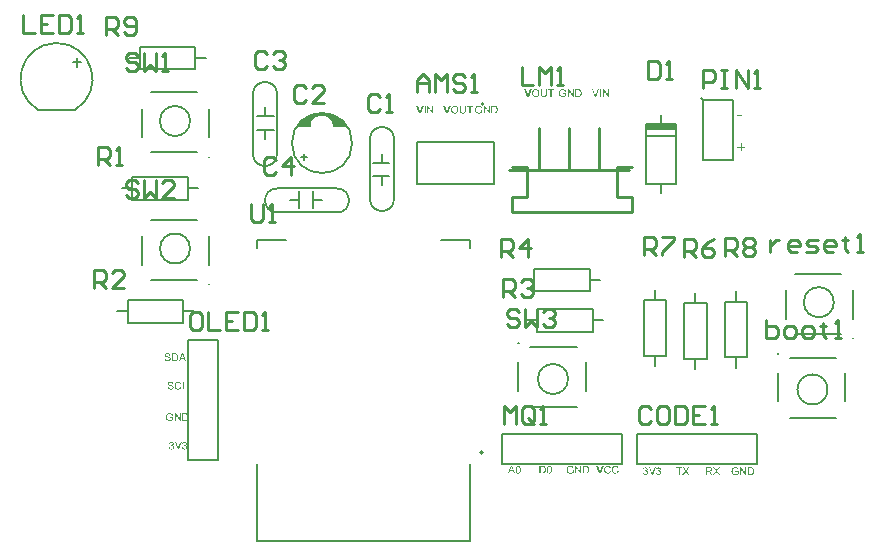
<source format=gbr>
G04*
G04 #@! TF.GenerationSoftware,Altium Limited,Altium Designer,25.0.2 (28)*
G04*
G04 Layer_Color=65535*
%FSLAX44Y44*%
%MOMM*%
G71*
G04*
G04 #@! TF.SameCoordinates,D42C59B9-CDD2-46E9-AE24-7A473A00D307*
G04*
G04*
G04 #@! TF.FilePolarity,Positive*
G04*
G01*
G75*
%ADD10C,0.2000*%
%ADD11C,0.1524*%
%ADD12C,0.1778*%
%ADD13C,0.1270*%
%ADD14C,0.2540*%
%ADD15C,0.2032*%
%ADD16R,2.5400X0.5080*%
G36*
X816864Y759460D02*
X828548D01*
X829056Y762508D01*
X830072Y765048D01*
X831342Y766826D01*
X833374Y768096D01*
X835660Y768858D01*
X838200Y769112D01*
X840740Y768858D01*
X842518Y768096D01*
X844296Y766826D01*
X846074Y765302D01*
X847090Y763778D01*
X847852Y761238D01*
Y759460D01*
X859790D01*
X858012Y761492D01*
X855726Y764540D01*
X853186Y766572D01*
X849376Y768858D01*
X843026Y770636D01*
X835914Y771144D01*
X828040Y769366D01*
X822960Y766318D01*
X818134Y762000D01*
X816864Y759460D01*
D02*
G37*
G36*
X944482Y770890D02*
X943579D01*
X941061Y777393D01*
X942000D01*
X943692Y772666D01*
Y772657D01*
X943701Y772638D01*
X943711Y772610D01*
X943730Y772572D01*
X943739Y772516D01*
X943758Y772459D01*
X943805Y772318D01*
X943861Y772159D01*
X943918Y771980D01*
X944030Y771604D01*
Y771614D01*
X944040Y771632D01*
X944049Y771661D01*
X944059Y771698D01*
X944087Y771802D01*
X944134Y771943D01*
X944181Y772102D01*
X944237Y772281D01*
X944303Y772469D01*
X944378Y772666D01*
X946145Y777393D01*
X947019D01*
X944482Y770890D01*
D02*
G37*
G36*
X959988Y773634D02*
Y773625D01*
Y773587D01*
Y773540D01*
Y773474D01*
X959979Y773390D01*
Y773296D01*
X959969Y773183D01*
X959960Y773070D01*
X959932Y772817D01*
X959894Y772553D01*
X959838Y772300D01*
X959800Y772178D01*
X959763Y772065D01*
Y772055D01*
X959753Y772037D01*
X959734Y772008D01*
X959716Y771971D01*
X959659Y771867D01*
X959575Y771736D01*
X959462Y771585D01*
X959330Y771435D01*
X959161Y771275D01*
X958954Y771134D01*
X958945D01*
X958926Y771116D01*
X958898Y771106D01*
X958851Y771078D01*
X958795Y771050D01*
X958719Y771022D01*
X958644Y770993D01*
X958550Y770956D01*
X958447Y770918D01*
X958334Y770890D01*
X958212Y770862D01*
X958071Y770834D01*
X957930Y770815D01*
X957780Y770796D01*
X957441Y770777D01*
X957357D01*
X957291Y770787D01*
X957216D01*
X957122Y770796D01*
X957018Y770805D01*
X956915Y770815D01*
X956680Y770852D01*
X956426Y770909D01*
X956182Y770984D01*
X955947Y771087D01*
X955938D01*
X955919Y771106D01*
X955891Y771125D01*
X955853Y771144D01*
X955750Y771219D01*
X955628Y771322D01*
X955487Y771454D01*
X955355Y771604D01*
X955223Y771792D01*
X955120Y771999D01*
Y772008D01*
X955111Y772027D01*
X955101Y772065D01*
X955082Y772112D01*
X955064Y772168D01*
X955045Y772243D01*
X955017Y772328D01*
X954998Y772431D01*
X954979Y772544D01*
X954951Y772666D01*
X954932Y772798D01*
X954913Y772939D01*
X954894Y773099D01*
X954885Y773268D01*
X954876Y773446D01*
Y773634D01*
Y777393D01*
X955740D01*
Y773634D01*
Y773625D01*
Y773597D01*
Y773550D01*
Y773493D01*
X955750Y773428D01*
Y773343D01*
X955759Y773164D01*
X955778Y772958D01*
X955806Y772751D01*
X955844Y772553D01*
X955863Y772469D01*
X955891Y772384D01*
X955900Y772365D01*
X955919Y772318D01*
X955966Y772253D01*
X956022Y772159D01*
X956088Y772065D01*
X956182Y771961D01*
X956295Y771858D01*
X956426Y771773D01*
X956445Y771764D01*
X956492Y771736D01*
X956577Y771708D01*
X956690Y771670D01*
X956821Y771623D01*
X956990Y771595D01*
X957169Y771567D01*
X957366Y771557D01*
X957460D01*
X957516Y771567D01*
X957601D01*
X957686Y771576D01*
X957892Y771614D01*
X958118Y771661D01*
X958334Y771736D01*
X958541Y771839D01*
X958635Y771905D01*
X958719Y771980D01*
X958729Y771990D01*
X958738Y771999D01*
X958757Y772027D01*
X958785Y772065D01*
X958813Y772121D01*
X958851Y772178D01*
X958889Y772262D01*
X958926Y772347D01*
X958964Y772450D01*
X958992Y772572D01*
X959030Y772713D01*
X959058Y772864D01*
X959086Y773033D01*
X959105Y773211D01*
X959124Y773418D01*
Y773634D01*
Y777393D01*
X959988D01*
Y773634D01*
D02*
G37*
G36*
X966087Y776623D02*
X963945D01*
Y770890D01*
X963080D01*
Y776623D01*
X960937D01*
Y777393D01*
X966087D01*
Y776623D01*
D02*
G37*
G36*
X950797Y777497D02*
X950882D01*
X950966Y777487D01*
X951079Y777469D01*
X951192Y777450D01*
X951436Y777403D01*
X951718Y777328D01*
X951991Y777215D01*
X952131Y777149D01*
X952272Y777074D01*
X952282Y777065D01*
X952301Y777055D01*
X952338Y777027D01*
X952395Y776999D01*
X952451Y776952D01*
X952526Y776895D01*
X952686Y776764D01*
X952855Y776595D01*
X953043Y776388D01*
X953222Y776143D01*
X953372Y775871D01*
Y775862D01*
X953391Y775833D01*
X953410Y775796D01*
X953428Y775739D01*
X953466Y775664D01*
X953494Y775580D01*
X953532Y775476D01*
X953569Y775363D01*
X953597Y775241D01*
X953635Y775110D01*
X953673Y774959D01*
X953701Y774809D01*
X953738Y774480D01*
X953757Y774123D01*
Y774113D01*
Y774076D01*
Y774029D01*
X953748Y773954D01*
Y773869D01*
X953738Y773766D01*
X953720Y773653D01*
X953710Y773531D01*
X953663Y773258D01*
X953588Y772958D01*
X953485Y772657D01*
X953428Y772506D01*
X953353Y772356D01*
Y772347D01*
X953334Y772318D01*
X953316Y772281D01*
X953278Y772225D01*
X953240Y772159D01*
X953193Y772093D01*
X953062Y771914D01*
X952902Y771726D01*
X952714Y771529D01*
X952489Y771341D01*
X952225Y771172D01*
X952216D01*
X952197Y771153D01*
X952150Y771134D01*
X952094Y771106D01*
X952028Y771078D01*
X951953Y771050D01*
X951859Y771012D01*
X951756Y770975D01*
X951643Y770937D01*
X951521Y770899D01*
X951248Y770843D01*
X950957Y770796D01*
X950647Y770777D01*
X950553D01*
X950496Y770787D01*
X950412D01*
X950318Y770805D01*
X950214Y770815D01*
X950092Y770834D01*
X949838Y770890D01*
X949566Y770965D01*
X949284Y771078D01*
X949143Y771144D01*
X949002Y771219D01*
X948992Y771228D01*
X948974Y771238D01*
X948936Y771266D01*
X948880Y771303D01*
X948823Y771341D01*
X948758Y771397D01*
X948598Y771538D01*
X948419Y771708D01*
X948231Y771914D01*
X948062Y772149D01*
X947902Y772422D01*
Y772431D01*
X947884Y772459D01*
X947865Y772497D01*
X947846Y772553D01*
X947818Y772629D01*
X947790Y772713D01*
X947752Y772807D01*
X947724Y772911D01*
X947686Y773033D01*
X947649Y773155D01*
X947592Y773437D01*
X947555Y773728D01*
X947536Y774048D01*
Y774057D01*
Y774066D01*
Y774123D01*
X947545Y774208D01*
Y774320D01*
X947564Y774452D01*
X947583Y774612D01*
X947611Y774790D01*
X947649Y774978D01*
X947686Y775175D01*
X947743Y775382D01*
X947818Y775589D01*
X947902Y775805D01*
X947996Y776012D01*
X948119Y776219D01*
X948250Y776407D01*
X948400Y776585D01*
X948410Y776595D01*
X948438Y776623D01*
X948494Y776670D01*
X948560Y776726D01*
X948645Y776801D01*
X948748Y776877D01*
X948870Y776961D01*
X949011Y777046D01*
X949162Y777130D01*
X949331Y777215D01*
X949519Y777290D01*
X949716Y777365D01*
X949932Y777422D01*
X950158Y777469D01*
X950393Y777497D01*
X950647Y777506D01*
X950731D01*
X950797Y777497D01*
D02*
G37*
G36*
X932579Y770890D02*
X931687D01*
X928285Y775993D01*
Y770890D01*
X927458D01*
Y777393D01*
X928341D01*
X931752Y772281D01*
Y777393D01*
X932579D01*
Y770890D01*
D02*
G37*
G36*
X921621D02*
X920719D01*
X918201Y777393D01*
X919140D01*
X920832Y772666D01*
Y772657D01*
X920841Y772638D01*
X920851Y772610D01*
X920870Y772572D01*
X920879Y772516D01*
X920898Y772459D01*
X920945Y772318D01*
X921001Y772159D01*
X921058Y771980D01*
X921170Y771604D01*
Y771614D01*
X921180Y771632D01*
X921189Y771661D01*
X921199Y771698D01*
X921227Y771802D01*
X921274Y771943D01*
X921321Y772102D01*
X921377Y772281D01*
X921443Y772469D01*
X921518Y772666D01*
X923285Y777393D01*
X924159D01*
X921621Y770890D01*
D02*
G37*
G36*
X925945D02*
X925080D01*
Y777393D01*
X925945D01*
Y770890D01*
D02*
G37*
G36*
X971170Y777497D02*
X971245D01*
X971424Y777478D01*
X971621Y777450D01*
X971828Y777403D01*
X972054Y777346D01*
X972270Y777271D01*
X972279D01*
X972298Y777262D01*
X972326Y777252D01*
X972364Y777234D01*
X972467Y777177D01*
X972599Y777112D01*
X972740Y777018D01*
X972890Y776905D01*
X973031Y776783D01*
X973163Y776632D01*
X973181Y776613D01*
X973219Y776557D01*
X973275Y776472D01*
X973351Y776350D01*
X973426Y776200D01*
X973510Y776012D01*
X973595Y775805D01*
X973661Y775570D01*
X972881Y775363D01*
Y775373D01*
X972871Y775382D01*
X972862Y775410D01*
X972852Y775448D01*
X972824Y775533D01*
X972787Y775645D01*
X972730Y775777D01*
X972665Y775899D01*
X972599Y776031D01*
X972514Y776143D01*
X972505Y776153D01*
X972477Y776190D01*
X972420Y776237D01*
X972354Y776303D01*
X972270Y776378D01*
X972157Y776454D01*
X972035Y776529D01*
X971894Y776595D01*
X971875Y776604D01*
X971828Y776623D01*
X971743Y776651D01*
X971631Y776689D01*
X971499Y776717D01*
X971349Y776745D01*
X971180Y776764D01*
X971001Y776773D01*
X970898D01*
X970851Y776764D01*
X970794D01*
X970653Y776754D01*
X970494Y776726D01*
X970315Y776698D01*
X970146Y776651D01*
X969977Y776585D01*
X969958Y776576D01*
X969902Y776557D01*
X969826Y776510D01*
X969732Y776463D01*
X969620Y776388D01*
X969497Y776313D01*
X969385Y776219D01*
X969281Y776115D01*
X969272Y776106D01*
X969234Y776068D01*
X969187Y776003D01*
X969131Y775927D01*
X969065Y775833D01*
X968999Y775721D01*
X968933Y775598D01*
X968868Y775467D01*
Y775457D01*
X968858Y775439D01*
X968849Y775410D01*
X968830Y775363D01*
X968811Y775307D01*
X968793Y775241D01*
X968764Y775166D01*
X968746Y775081D01*
X968699Y774884D01*
X968661Y774659D01*
X968633Y774424D01*
X968623Y774161D01*
Y774151D01*
Y774123D01*
Y774076D01*
X968633Y774019D01*
Y773944D01*
X968642Y773850D01*
X968652Y773756D01*
X968661Y773653D01*
X968699Y773418D01*
X968746Y773174D01*
X968821Y772929D01*
X968915Y772694D01*
Y772685D01*
X968933Y772666D01*
X968943Y772638D01*
X968971Y772600D01*
X969037Y772497D01*
X969140Y772365D01*
X969262Y772225D01*
X969413Y772084D01*
X969591Y771952D01*
X969789Y771830D01*
X969798D01*
X969817Y771820D01*
X969845Y771802D01*
X969892Y771783D01*
X969939Y771764D01*
X970005Y771745D01*
X970155Y771689D01*
X970343Y771642D01*
X970550Y771595D01*
X970776Y771557D01*
X971011Y771548D01*
X971105D01*
X971161Y771557D01*
X971217D01*
X971358Y771576D01*
X971527Y771595D01*
X971706Y771632D01*
X971903Y771689D01*
X972101Y771755D01*
X972110D01*
X972129Y771764D01*
X972148Y771773D01*
X972185Y771792D01*
X972289Y771839D01*
X972401Y771896D01*
X972533Y771961D01*
X972674Y772037D01*
X972805Y772121D01*
X972918Y772215D01*
Y773437D01*
X971001D01*
Y774208D01*
X973764D01*
Y771792D01*
X973755Y771783D01*
X973736Y771773D01*
X973698Y771745D01*
X973651Y771708D01*
X973595Y771670D01*
X973529Y771623D01*
X973445Y771567D01*
X973360Y771510D01*
X973163Y771388D01*
X972937Y771256D01*
X972702Y771134D01*
X972448Y771031D01*
X972439D01*
X972420Y771022D01*
X972383Y771012D01*
X972336Y770993D01*
X972270Y770975D01*
X972195Y770946D01*
X972110Y770928D01*
X972026Y770909D01*
X971819Y770862D01*
X971584Y770815D01*
X971330Y770787D01*
X971067Y770777D01*
X970973D01*
X970907Y770787D01*
X970823D01*
X970719Y770796D01*
X970606Y770815D01*
X970484Y770824D01*
X970212Y770881D01*
X969920Y770946D01*
X969620Y771050D01*
X969469Y771106D01*
X969319Y771181D01*
X969309Y771191D01*
X969281Y771200D01*
X969244Y771228D01*
X969187Y771256D01*
X969121Y771303D01*
X969056Y771350D01*
X968877Y771482D01*
X968689Y771651D01*
X968492Y771858D01*
X968304Y772093D01*
X968135Y772365D01*
Y772375D01*
X968116Y772403D01*
X968097Y772441D01*
X968069Y772506D01*
X968041Y772572D01*
X968012Y772666D01*
X967975Y772760D01*
X967937Y772873D01*
X967900Y772995D01*
X967862Y773136D01*
X967834Y773277D01*
X967806Y773428D01*
X967759Y773756D01*
X967740Y774104D01*
Y774113D01*
Y774151D01*
Y774198D01*
X967749Y774264D01*
Y774349D01*
X967759Y774452D01*
X967778Y774555D01*
X967787Y774677D01*
X967815Y774809D01*
X967834Y774950D01*
X967909Y775251D01*
X968003Y775561D01*
X968135Y775871D01*
X968144Y775880D01*
X968154Y775909D01*
X968172Y775946D01*
X968210Y776003D01*
X968248Y776078D01*
X968295Y776153D01*
X968426Y776331D01*
X968586Y776538D01*
X968783Y776736D01*
X969009Y776933D01*
X969140Y777018D01*
X969272Y777102D01*
X969281Y777112D01*
X969309Y777121D01*
X969347Y777140D01*
X969403Y777168D01*
X969479Y777196D01*
X969563Y777234D01*
X969657Y777271D01*
X969770Y777309D01*
X969892Y777346D01*
X970024Y777375D01*
X970165Y777412D01*
X970315Y777440D01*
X970644Y777487D01*
X970813Y777506D01*
X971114D01*
X971170Y777497D01*
D02*
G37*
G36*
X980145Y770890D02*
X979252D01*
X975851Y775993D01*
Y770890D01*
X975023D01*
Y777393D01*
X975907D01*
X979318Y772281D01*
Y777393D01*
X980145D01*
Y770890D01*
D02*
G37*
G36*
X984262Y777384D02*
X984450Y777375D01*
X984638Y777356D01*
X984826Y777328D01*
X984985Y777299D01*
X984995D01*
X985014Y777290D01*
X985042D01*
X985079Y777271D01*
X985183Y777243D01*
X985314Y777196D01*
X985465Y777130D01*
X985624Y777046D01*
X985784Y776952D01*
X985935Y776830D01*
X985944Y776820D01*
X985953Y776811D01*
X985982Y776783D01*
X986019Y776754D01*
X986113Y776660D01*
X986226Y776529D01*
X986348Y776369D01*
X986480Y776181D01*
X986602Y775965D01*
X986705Y775721D01*
Y775711D01*
X986715Y775692D01*
X986733Y775655D01*
X986743Y775598D01*
X986771Y775533D01*
X986790Y775457D01*
X986808Y775373D01*
X986837Y775269D01*
X986865Y775166D01*
X986884Y775044D01*
X986931Y774781D01*
X986959Y774489D01*
X986968Y774170D01*
Y774161D01*
Y774142D01*
Y774095D01*
Y774048D01*
X986959Y773982D01*
Y773907D01*
X986949Y773728D01*
X986921Y773521D01*
X986893Y773305D01*
X986846Y773080D01*
X986790Y772854D01*
Y772845D01*
X986780Y772826D01*
X986771Y772798D01*
X986762Y772760D01*
X986724Y772657D01*
X986668Y772525D01*
X986611Y772375D01*
X986536Y772225D01*
X986442Y772065D01*
X986348Y771914D01*
X986339Y771896D01*
X986301Y771849D01*
X986245Y771783D01*
X986170Y771698D01*
X986085Y771604D01*
X985982Y771510D01*
X985878Y771407D01*
X985756Y771322D01*
X985737Y771313D01*
X985700Y771285D01*
X985634Y771247D01*
X985540Y771200D01*
X985427Y771144D01*
X985295Y771097D01*
X985145Y771040D01*
X984976Y770993D01*
X984957D01*
X984929Y770984D01*
X984901Y770975D01*
X984807Y770965D01*
X984675Y770946D01*
X984525Y770928D01*
X984346Y770909D01*
X984149Y770899D01*
X983933Y770890D01*
X981593D01*
Y777393D01*
X984092D01*
X984262Y777384D01*
D02*
G37*
G36*
X1193768Y742932D02*
X1196418D01*
Y741818D01*
X1193768D01*
Y739140D01*
X1192640D01*
Y741818D01*
X1189990D01*
Y742932D01*
X1192640D01*
Y745582D01*
X1193768D01*
Y742932D01*
D02*
G37*
G36*
X1013062Y784860D02*
X1012159D01*
X1009641Y791363D01*
X1010580D01*
X1012272Y786636D01*
Y786627D01*
X1012281Y786608D01*
X1012291Y786580D01*
X1012310Y786542D01*
X1012319Y786486D01*
X1012338Y786430D01*
X1012385Y786289D01*
X1012441Y786129D01*
X1012498Y785950D01*
X1012610Y785574D01*
Y785584D01*
X1012620Y785602D01*
X1012629Y785631D01*
X1012639Y785668D01*
X1012667Y785772D01*
X1012714Y785913D01*
X1012761Y786072D01*
X1012817Y786251D01*
X1012883Y786439D01*
X1012958Y786636D01*
X1014725Y791363D01*
X1015599D01*
X1013062Y784860D01*
D02*
G37*
G36*
X1028568Y787604D02*
Y787595D01*
Y787557D01*
Y787510D01*
Y787444D01*
X1028559Y787360D01*
Y787266D01*
X1028549Y787153D01*
X1028540Y787040D01*
X1028512Y786787D01*
X1028474Y786523D01*
X1028418Y786270D01*
X1028380Y786148D01*
X1028343Y786035D01*
Y786025D01*
X1028333Y786007D01*
X1028314Y785978D01*
X1028296Y785941D01*
X1028239Y785837D01*
X1028155Y785706D01*
X1028042Y785555D01*
X1027910Y785405D01*
X1027741Y785245D01*
X1027534Y785104D01*
X1027525D01*
X1027506Y785086D01*
X1027478Y785076D01*
X1027431Y785048D01*
X1027375Y785020D01*
X1027299Y784992D01*
X1027224Y784963D01*
X1027130Y784926D01*
X1027027Y784888D01*
X1026914Y784860D01*
X1026792Y784832D01*
X1026651Y784804D01*
X1026510Y784785D01*
X1026360Y784766D01*
X1026021Y784747D01*
X1025937D01*
X1025871Y784757D01*
X1025796D01*
X1025702Y784766D01*
X1025598Y784775D01*
X1025495Y784785D01*
X1025260Y784822D01*
X1025006Y784879D01*
X1024762Y784954D01*
X1024527Y785057D01*
X1024518D01*
X1024499Y785076D01*
X1024471Y785095D01*
X1024433Y785114D01*
X1024330Y785189D01*
X1024208Y785292D01*
X1024066Y785424D01*
X1023935Y785574D01*
X1023803Y785762D01*
X1023700Y785969D01*
Y785978D01*
X1023691Y785997D01*
X1023681Y786035D01*
X1023662Y786082D01*
X1023644Y786138D01*
X1023625Y786213D01*
X1023597Y786298D01*
X1023578Y786401D01*
X1023559Y786514D01*
X1023531Y786636D01*
X1023512Y786768D01*
X1023493Y786909D01*
X1023475Y787068D01*
X1023465Y787238D01*
X1023456Y787416D01*
Y787604D01*
Y791363D01*
X1024320D01*
Y787604D01*
Y787595D01*
Y787567D01*
Y787520D01*
Y787463D01*
X1024330Y787398D01*
Y787313D01*
X1024339Y787134D01*
X1024358Y786928D01*
X1024386Y786721D01*
X1024424Y786523D01*
X1024443Y786439D01*
X1024471Y786354D01*
X1024480Y786336D01*
X1024499Y786289D01*
X1024546Y786223D01*
X1024602Y786129D01*
X1024668Y786035D01*
X1024762Y785931D01*
X1024875Y785828D01*
X1025006Y785743D01*
X1025025Y785734D01*
X1025072Y785706D01*
X1025157Y785678D01*
X1025269Y785640D01*
X1025401Y785593D01*
X1025570Y785565D01*
X1025749Y785537D01*
X1025946Y785527D01*
X1026040D01*
X1026096Y785537D01*
X1026181D01*
X1026266Y785546D01*
X1026472Y785584D01*
X1026698Y785631D01*
X1026914Y785706D01*
X1027121Y785809D01*
X1027215Y785875D01*
X1027299Y785950D01*
X1027309Y785960D01*
X1027318Y785969D01*
X1027337Y785997D01*
X1027365Y786035D01*
X1027393Y786091D01*
X1027431Y786148D01*
X1027469Y786232D01*
X1027506Y786317D01*
X1027544Y786420D01*
X1027572Y786542D01*
X1027610Y786683D01*
X1027638Y786834D01*
X1027666Y787003D01*
X1027685Y787181D01*
X1027704Y787388D01*
Y787604D01*
Y791363D01*
X1028568D01*
Y787604D01*
D02*
G37*
G36*
X1034668Y790593D02*
X1032525D01*
Y784860D01*
X1031660D01*
Y790593D01*
X1029517D01*
Y791363D01*
X1034668D01*
Y790593D01*
D02*
G37*
G36*
X1019377Y791467D02*
X1019462D01*
X1019546Y791457D01*
X1019659Y791439D01*
X1019772Y791420D01*
X1020016Y791373D01*
X1020298Y791298D01*
X1020571Y791185D01*
X1020711Y791119D01*
X1020852Y791044D01*
X1020862Y791034D01*
X1020881Y791025D01*
X1020918Y790997D01*
X1020975Y790969D01*
X1021031Y790922D01*
X1021106Y790865D01*
X1021266Y790734D01*
X1021435Y790565D01*
X1021623Y790358D01*
X1021802Y790114D01*
X1021952Y789841D01*
Y789831D01*
X1021971Y789803D01*
X1021990Y789766D01*
X1022008Y789709D01*
X1022046Y789634D01*
X1022074Y789550D01*
X1022112Y789446D01*
X1022149Y789333D01*
X1022178Y789211D01*
X1022215Y789080D01*
X1022253Y788929D01*
X1022281Y788779D01*
X1022318Y788450D01*
X1022337Y788093D01*
Y788083D01*
Y788046D01*
Y787999D01*
X1022328Y787924D01*
Y787839D01*
X1022318Y787736D01*
X1022300Y787623D01*
X1022290Y787501D01*
X1022243Y787228D01*
X1022168Y786928D01*
X1022065Y786627D01*
X1022008Y786477D01*
X1021933Y786326D01*
Y786317D01*
X1021914Y786289D01*
X1021896Y786251D01*
X1021858Y786195D01*
X1021820Y786129D01*
X1021773Y786063D01*
X1021642Y785884D01*
X1021482Y785696D01*
X1021294Y785499D01*
X1021069Y785311D01*
X1020805Y785142D01*
X1020796D01*
X1020777Y785123D01*
X1020730Y785104D01*
X1020674Y785076D01*
X1020608Y785048D01*
X1020533Y785020D01*
X1020439Y784982D01*
X1020335Y784945D01*
X1020223Y784907D01*
X1020101Y784869D01*
X1019828Y784813D01*
X1019537Y784766D01*
X1019227Y784747D01*
X1019133D01*
X1019076Y784757D01*
X1018992D01*
X1018898Y784775D01*
X1018794Y784785D01*
X1018672Y784804D01*
X1018418Y784860D01*
X1018146Y784935D01*
X1017864Y785048D01*
X1017723Y785114D01*
X1017582Y785189D01*
X1017572Y785198D01*
X1017554Y785208D01*
X1017516Y785236D01*
X1017460Y785274D01*
X1017403Y785311D01*
X1017338Y785368D01*
X1017178Y785508D01*
X1016999Y785678D01*
X1016811Y785884D01*
X1016642Y786119D01*
X1016482Y786392D01*
Y786401D01*
X1016463Y786430D01*
X1016445Y786467D01*
X1016426Y786523D01*
X1016398Y786599D01*
X1016370Y786683D01*
X1016332Y786777D01*
X1016304Y786881D01*
X1016266Y787003D01*
X1016229Y787125D01*
X1016172Y787407D01*
X1016135Y787698D01*
X1016116Y788018D01*
Y788027D01*
Y788036D01*
Y788093D01*
X1016125Y788177D01*
Y788290D01*
X1016144Y788422D01*
X1016163Y788582D01*
X1016191Y788760D01*
X1016229Y788948D01*
X1016266Y789146D01*
X1016323Y789352D01*
X1016398Y789559D01*
X1016482Y789775D01*
X1016576Y789982D01*
X1016699Y790189D01*
X1016830Y790377D01*
X1016980Y790555D01*
X1016990Y790565D01*
X1017018Y790593D01*
X1017074Y790640D01*
X1017140Y790696D01*
X1017225Y790771D01*
X1017328Y790846D01*
X1017450Y790931D01*
X1017591Y791016D01*
X1017742Y791100D01*
X1017911Y791185D01*
X1018099Y791260D01*
X1018296Y791335D01*
X1018512Y791392D01*
X1018738Y791439D01*
X1018973Y791467D01*
X1019227Y791476D01*
X1019311D01*
X1019377Y791467D01*
D02*
G37*
G36*
X1081170Y784860D02*
X1080277D01*
X1076875Y789963D01*
Y784860D01*
X1076048D01*
Y791363D01*
X1076931D01*
X1080342Y786251D01*
Y791363D01*
X1081170D01*
Y784860D01*
D02*
G37*
G36*
X1070211D02*
X1069309D01*
X1066791Y791363D01*
X1067730D01*
X1069422Y786636D01*
Y786627D01*
X1069431Y786608D01*
X1069441Y786580D01*
X1069460Y786542D01*
X1069469Y786486D01*
X1069488Y786430D01*
X1069535Y786289D01*
X1069591Y786129D01*
X1069648Y785950D01*
X1069760Y785574D01*
Y785584D01*
X1069770Y785602D01*
X1069779Y785631D01*
X1069789Y785668D01*
X1069817Y785772D01*
X1069864Y785913D01*
X1069911Y786072D01*
X1069967Y786251D01*
X1070033Y786439D01*
X1070108Y786636D01*
X1071875Y791363D01*
X1072749D01*
X1070211Y784860D01*
D02*
G37*
G36*
X1074535D02*
X1073670D01*
Y791363D01*
X1074535D01*
Y784860D01*
D02*
G37*
G36*
X1193698Y768350D02*
X1189990D01*
Y769548D01*
X1193698D01*
Y768350D01*
D02*
G37*
G36*
X1042290Y791467D02*
X1042365D01*
X1042544Y791448D01*
X1042741Y791420D01*
X1042948Y791373D01*
X1043174Y791316D01*
X1043390Y791241D01*
X1043399D01*
X1043418Y791232D01*
X1043446Y791222D01*
X1043484Y791204D01*
X1043587Y791147D01*
X1043719Y791081D01*
X1043860Y790987D01*
X1044010Y790875D01*
X1044151Y790752D01*
X1044283Y790602D01*
X1044301Y790583D01*
X1044339Y790527D01*
X1044395Y790442D01*
X1044471Y790320D01*
X1044546Y790170D01*
X1044630Y789982D01*
X1044715Y789775D01*
X1044781Y789540D01*
X1044001Y789333D01*
Y789343D01*
X1043991Y789352D01*
X1043982Y789380D01*
X1043972Y789418D01*
X1043944Y789503D01*
X1043907Y789615D01*
X1043850Y789747D01*
X1043785Y789869D01*
X1043719Y790001D01*
X1043634Y790114D01*
X1043625Y790123D01*
X1043597Y790161D01*
X1043540Y790208D01*
X1043474Y790273D01*
X1043390Y790348D01*
X1043277Y790424D01*
X1043155Y790499D01*
X1043014Y790565D01*
X1042995Y790574D01*
X1042948Y790593D01*
X1042863Y790621D01*
X1042751Y790659D01*
X1042619Y790687D01*
X1042469Y790715D01*
X1042300Y790734D01*
X1042121Y790743D01*
X1042018D01*
X1041971Y790734D01*
X1041914D01*
X1041773Y790724D01*
X1041614Y790696D01*
X1041435Y790668D01*
X1041266Y790621D01*
X1041097Y790555D01*
X1041078Y790546D01*
X1041021Y790527D01*
X1040946Y790480D01*
X1040852Y790433D01*
X1040740Y790358D01*
X1040617Y790283D01*
X1040505Y790189D01*
X1040401Y790085D01*
X1040392Y790076D01*
X1040354Y790038D01*
X1040307Y789973D01*
X1040251Y789897D01*
X1040185Y789803D01*
X1040119Y789691D01*
X1040053Y789568D01*
X1039988Y789437D01*
Y789427D01*
X1039978Y789409D01*
X1039969Y789380D01*
X1039950Y789333D01*
X1039931Y789277D01*
X1039913Y789211D01*
X1039884Y789136D01*
X1039866Y789052D01*
X1039819Y788854D01*
X1039781Y788629D01*
X1039753Y788394D01*
X1039743Y788130D01*
Y788121D01*
Y788093D01*
Y788046D01*
X1039753Y787990D01*
Y787914D01*
X1039762Y787820D01*
X1039772Y787726D01*
X1039781Y787623D01*
X1039819Y787388D01*
X1039866Y787144D01*
X1039941Y786899D01*
X1040035Y786664D01*
Y786655D01*
X1040053Y786636D01*
X1040063Y786608D01*
X1040091Y786570D01*
X1040157Y786467D01*
X1040260Y786336D01*
X1040383Y786195D01*
X1040533Y786053D01*
X1040711Y785922D01*
X1040909Y785800D01*
X1040918D01*
X1040937Y785790D01*
X1040965Y785772D01*
X1041012Y785753D01*
X1041059Y785734D01*
X1041125Y785715D01*
X1041275Y785659D01*
X1041463Y785612D01*
X1041670Y785565D01*
X1041896Y785527D01*
X1042131Y785518D01*
X1042225D01*
X1042281Y785527D01*
X1042337D01*
X1042478Y785546D01*
X1042647Y785565D01*
X1042826Y785602D01*
X1043023Y785659D01*
X1043221Y785725D01*
X1043230D01*
X1043249Y785734D01*
X1043268Y785743D01*
X1043305Y785762D01*
X1043409Y785809D01*
X1043521Y785866D01*
X1043653Y785931D01*
X1043794Y786007D01*
X1043925Y786091D01*
X1044038Y786185D01*
Y787407D01*
X1042121D01*
Y788177D01*
X1044884D01*
Y785762D01*
X1044875Y785753D01*
X1044856Y785743D01*
X1044818Y785715D01*
X1044771Y785678D01*
X1044715Y785640D01*
X1044649Y785593D01*
X1044565Y785537D01*
X1044480Y785480D01*
X1044283Y785358D01*
X1044057Y785227D01*
X1043822Y785104D01*
X1043568Y785001D01*
X1043559D01*
X1043540Y784992D01*
X1043503Y784982D01*
X1043456Y784963D01*
X1043390Y784945D01*
X1043315Y784916D01*
X1043230Y784898D01*
X1043146Y784879D01*
X1042939Y784832D01*
X1042704Y784785D01*
X1042450Y784757D01*
X1042187Y784747D01*
X1042093D01*
X1042027Y784757D01*
X1041943D01*
X1041839Y784766D01*
X1041726Y784785D01*
X1041604Y784794D01*
X1041332Y784851D01*
X1041040Y784916D01*
X1040740Y785020D01*
X1040589Y785076D01*
X1040439Y785151D01*
X1040430Y785161D01*
X1040401Y785170D01*
X1040364Y785198D01*
X1040307Y785227D01*
X1040241Y785274D01*
X1040176Y785321D01*
X1039997Y785452D01*
X1039809Y785621D01*
X1039612Y785828D01*
X1039424Y786063D01*
X1039255Y786336D01*
Y786345D01*
X1039236Y786373D01*
X1039217Y786411D01*
X1039189Y786477D01*
X1039161Y786542D01*
X1039133Y786636D01*
X1039095Y786730D01*
X1039057Y786843D01*
X1039020Y786965D01*
X1038982Y787106D01*
X1038954Y787247D01*
X1038926Y787398D01*
X1038879Y787726D01*
X1038860Y788074D01*
Y788083D01*
Y788121D01*
Y788168D01*
X1038869Y788234D01*
Y788318D01*
X1038879Y788422D01*
X1038898Y788525D01*
X1038907Y788647D01*
X1038935Y788779D01*
X1038954Y788920D01*
X1039029Y789221D01*
X1039123Y789531D01*
X1039255Y789841D01*
X1039264Y789850D01*
X1039274Y789878D01*
X1039292Y789916D01*
X1039330Y789973D01*
X1039368Y790048D01*
X1039415Y790123D01*
X1039546Y790301D01*
X1039706Y790508D01*
X1039903Y790706D01*
X1040129Y790903D01*
X1040260Y790987D01*
X1040392Y791072D01*
X1040401Y791081D01*
X1040430Y791091D01*
X1040467Y791110D01*
X1040523Y791138D01*
X1040599Y791166D01*
X1040683Y791204D01*
X1040777Y791241D01*
X1040890Y791279D01*
X1041012Y791316D01*
X1041144Y791345D01*
X1041285Y791382D01*
X1041435Y791410D01*
X1041764Y791457D01*
X1041933Y791476D01*
X1042234D01*
X1042290Y791467D01*
D02*
G37*
G36*
X1051265Y784860D02*
X1050373D01*
X1046971Y789963D01*
Y784860D01*
X1046143D01*
Y791363D01*
X1047027D01*
X1050438Y786251D01*
Y791363D01*
X1051265D01*
Y784860D01*
D02*
G37*
G36*
X1055382Y791354D02*
X1055570Y791345D01*
X1055758Y791326D01*
X1055946Y791298D01*
X1056105Y791269D01*
X1056115D01*
X1056133Y791260D01*
X1056162D01*
X1056199Y791241D01*
X1056303Y791213D01*
X1056434Y791166D01*
X1056585Y791100D01*
X1056744Y791016D01*
X1056904Y790922D01*
X1057055Y790799D01*
X1057064Y790790D01*
X1057073Y790781D01*
X1057102Y790752D01*
X1057139Y790724D01*
X1057233Y790630D01*
X1057346Y790499D01*
X1057468Y790339D01*
X1057600Y790151D01*
X1057722Y789935D01*
X1057825Y789691D01*
Y789681D01*
X1057835Y789662D01*
X1057853Y789625D01*
X1057863Y789568D01*
X1057891Y789503D01*
X1057910Y789427D01*
X1057928Y789343D01*
X1057957Y789240D01*
X1057985Y789136D01*
X1058004Y789014D01*
X1058051Y788751D01*
X1058079Y788459D01*
X1058088Y788140D01*
Y788130D01*
Y788112D01*
Y788065D01*
Y788018D01*
X1058079Y787952D01*
Y787877D01*
X1058070Y787698D01*
X1058041Y787491D01*
X1058013Y787275D01*
X1057966Y787050D01*
X1057910Y786824D01*
Y786815D01*
X1057900Y786796D01*
X1057891Y786768D01*
X1057882Y786730D01*
X1057844Y786627D01*
X1057788Y786495D01*
X1057731Y786345D01*
X1057656Y786195D01*
X1057562Y786035D01*
X1057468Y785884D01*
X1057459Y785866D01*
X1057421Y785819D01*
X1057365Y785753D01*
X1057290Y785668D01*
X1057205Y785574D01*
X1057102Y785480D01*
X1056998Y785377D01*
X1056876Y785292D01*
X1056857Y785283D01*
X1056820Y785255D01*
X1056754Y785217D01*
X1056660Y785170D01*
X1056547Y785114D01*
X1056415Y785067D01*
X1056265Y785010D01*
X1056096Y784963D01*
X1056077D01*
X1056049Y784954D01*
X1056021Y784945D01*
X1055927Y784935D01*
X1055795Y784916D01*
X1055645Y784898D01*
X1055466Y784879D01*
X1055269Y784869D01*
X1055053Y784860D01*
X1052713D01*
Y791363D01*
X1055212D01*
X1055382Y791354D01*
D02*
G37*
G36*
X1172727Y468232D02*
X1175162Y464820D01*
X1174100D01*
X1172455Y467132D01*
X1172446Y467141D01*
X1172427Y467169D01*
X1172408Y467207D01*
X1172370Y467254D01*
X1172286Y467386D01*
X1172192Y467527D01*
X1172182Y467517D01*
X1172154Y467480D01*
X1172116Y467423D01*
X1172069Y467348D01*
X1171966Y467198D01*
X1171919Y467132D01*
X1171882Y467076D01*
X1170237Y464820D01*
X1169203D01*
X1171712Y468185D01*
X1169494Y471323D01*
X1170519D01*
X1171703Y469651D01*
Y469641D01*
X1171722Y469632D01*
X1171741Y469604D01*
X1171769Y469566D01*
X1171825Y469472D01*
X1171910Y469359D01*
X1171994Y469228D01*
X1172079Y469096D01*
X1172154Y468974D01*
X1172220Y468861D01*
X1172229Y468880D01*
X1172258Y468918D01*
X1172305Y468993D01*
X1172370Y469087D01*
X1172446Y469190D01*
X1172539Y469322D01*
X1172633Y469453D01*
X1172746Y469594D01*
X1174043Y471323D01*
X1174983D01*
X1172727Y468232D01*
D02*
G37*
G36*
X1166412Y471314D02*
X1166497D01*
X1166694Y471305D01*
X1166901Y471276D01*
X1167126Y471248D01*
X1167333Y471201D01*
X1167436Y471173D01*
X1167521Y471145D01*
X1167530D01*
X1167540Y471135D01*
X1167596Y471107D01*
X1167681Y471070D01*
X1167784Y471004D01*
X1167897Y470919D01*
X1168019Y470807D01*
X1168132Y470675D01*
X1168245Y470525D01*
Y470515D01*
X1168254Y470506D01*
X1168291Y470449D01*
X1168329Y470355D01*
X1168385Y470233D01*
X1168432Y470092D01*
X1168480Y469923D01*
X1168508Y469745D01*
X1168517Y469547D01*
Y469538D01*
Y469519D01*
Y469481D01*
X1168508Y469434D01*
Y469369D01*
X1168498Y469303D01*
X1168461Y469143D01*
X1168404Y468955D01*
X1168329Y468758D01*
X1168216Y468560D01*
X1168141Y468466D01*
X1168066Y468372D01*
X1168057Y468363D01*
X1168047Y468354D01*
X1168019Y468326D01*
X1167981Y468297D01*
X1167934Y468260D01*
X1167878Y468222D01*
X1167803Y468175D01*
X1167728Y468119D01*
X1167634Y468072D01*
X1167530Y468025D01*
X1167418Y467968D01*
X1167295Y467921D01*
X1167154Y467884D01*
X1167013Y467837D01*
X1166854Y467809D01*
X1166684Y467780D01*
X1166703Y467771D01*
X1166741Y467752D01*
X1166797Y467715D01*
X1166872Y467677D01*
X1167042Y467574D01*
X1167126Y467508D01*
X1167201Y467451D01*
X1167220Y467433D01*
X1167267Y467386D01*
X1167342Y467310D01*
X1167436Y467216D01*
X1167540Y467085D01*
X1167662Y466944D01*
X1167784Y466775D01*
X1167916Y466587D01*
X1169034Y464820D01*
X1167963D01*
X1167107Y466173D01*
Y466183D01*
X1167089Y466202D01*
X1167070Y466230D01*
X1167042Y466267D01*
X1166976Y466371D01*
X1166891Y466502D01*
X1166788Y466643D01*
X1166684Y466794D01*
X1166581Y466935D01*
X1166487Y467066D01*
X1166478Y467076D01*
X1166450Y467113D01*
X1166403Y467169D01*
X1166337Y467235D01*
X1166196Y467376D01*
X1166121Y467442D01*
X1166045Y467498D01*
X1166036Y467508D01*
X1166017Y467517D01*
X1165980Y467536D01*
X1165923Y467564D01*
X1165867Y467592D01*
X1165801Y467621D01*
X1165651Y467668D01*
X1165641D01*
X1165622Y467677D01*
X1165585D01*
X1165538Y467686D01*
X1165472Y467696D01*
X1165397D01*
X1165294Y467705D01*
X1164185D01*
Y464820D01*
X1163320D01*
Y471323D01*
X1166337D01*
X1166412Y471314D01*
D02*
G37*
G36*
X1146820Y468232D02*
X1149254Y464820D01*
X1148192D01*
X1146547Y467132D01*
X1146538Y467141D01*
X1146519Y467169D01*
X1146500Y467207D01*
X1146463Y467254D01*
X1146378Y467386D01*
X1146284Y467527D01*
X1146275Y467517D01*
X1146247Y467480D01*
X1146209Y467423D01*
X1146162Y467348D01*
X1146059Y467198D01*
X1146012Y467132D01*
X1145974Y467076D01*
X1144329Y464820D01*
X1143296D01*
X1145805Y468185D01*
X1143587Y471323D01*
X1144611D01*
X1145796Y469651D01*
Y469641D01*
X1145814Y469632D01*
X1145833Y469604D01*
X1145861Y469566D01*
X1145918Y469472D01*
X1146002Y469359D01*
X1146087Y469228D01*
X1146171Y469096D01*
X1146247Y468974D01*
X1146312Y468861D01*
X1146322Y468880D01*
X1146350Y468918D01*
X1146397Y468993D01*
X1146463Y469087D01*
X1146538Y469190D01*
X1146632Y469322D01*
X1146726Y469453D01*
X1146839Y469594D01*
X1148136Y471323D01*
X1149075D01*
X1146820Y468232D01*
D02*
G37*
G36*
X1143070Y470553D02*
X1140927D01*
Y464820D01*
X1140063D01*
Y470553D01*
X1137920D01*
Y471323D01*
X1143070D01*
Y470553D01*
D02*
G37*
G36*
X1123325Y471342D02*
X1123447Y471323D01*
X1123598Y471295D01*
X1123767Y471248D01*
X1123936Y471192D01*
X1124105Y471117D01*
X1124115D01*
X1124124Y471107D01*
X1124180Y471079D01*
X1124265Y471023D01*
X1124359Y470957D01*
X1124472Y470863D01*
X1124585Y470760D01*
X1124697Y470637D01*
X1124791Y470496D01*
X1124801Y470478D01*
X1124829Y470431D01*
X1124866Y470346D01*
X1124913Y470243D01*
X1124960Y470121D01*
X1124998Y469980D01*
X1125026Y469820D01*
X1125036Y469660D01*
Y469641D01*
Y469585D01*
X1125026Y469510D01*
X1125007Y469406D01*
X1124979Y469284D01*
X1124932Y469152D01*
X1124876Y469021D01*
X1124801Y468889D01*
X1124791Y468871D01*
X1124763Y468833D01*
X1124707Y468767D01*
X1124632Y468692D01*
X1124538Y468607D01*
X1124425Y468513D01*
X1124293Y468429D01*
X1124133Y468344D01*
X1124143D01*
X1124162Y468335D01*
X1124190Y468326D01*
X1124227Y468316D01*
X1124331Y468279D01*
X1124462Y468222D01*
X1124613Y468147D01*
X1124763Y468053D01*
X1124904Y467931D01*
X1125036Y467790D01*
X1125045Y467771D01*
X1125083Y467715D01*
X1125139Y467621D01*
X1125195Y467498D01*
X1125252Y467348D01*
X1125308Y467169D01*
X1125346Y466963D01*
X1125355Y466737D01*
Y466728D01*
Y466700D01*
Y466653D01*
X1125346Y466596D01*
X1125336Y466521D01*
X1125318Y466437D01*
X1125299Y466343D01*
X1125280Y466239D01*
X1125205Y466013D01*
X1125148Y465891D01*
X1125092Y465779D01*
X1125017Y465656D01*
X1124932Y465534D01*
X1124838Y465412D01*
X1124725Y465299D01*
X1124716Y465290D01*
X1124697Y465271D01*
X1124660Y465243D01*
X1124613Y465205D01*
X1124556Y465158D01*
X1124481Y465111D01*
X1124397Y465055D01*
X1124293Y465008D01*
X1124190Y464952D01*
X1124068Y464895D01*
X1123945Y464848D01*
X1123804Y464801D01*
X1123654Y464764D01*
X1123494Y464735D01*
X1123335Y464717D01*
X1123156Y464707D01*
X1123071D01*
X1123015Y464717D01*
X1122940Y464726D01*
X1122855Y464735D01*
X1122761Y464754D01*
X1122658Y464773D01*
X1122432Y464829D01*
X1122197Y464923D01*
X1122075Y464980D01*
X1121962Y465046D01*
X1121850Y465130D01*
X1121737Y465215D01*
X1121728Y465224D01*
X1121709Y465243D01*
X1121681Y465271D01*
X1121652Y465309D01*
X1121605Y465356D01*
X1121558Y465421D01*
X1121502Y465487D01*
X1121446Y465572D01*
X1121389Y465666D01*
X1121333Y465760D01*
X1121229Y465985D01*
X1121145Y466249D01*
X1121117Y466390D01*
X1121098Y466540D01*
X1121897Y466643D01*
Y466634D01*
X1121906Y466615D01*
X1121916Y466577D01*
X1121925Y466530D01*
X1121934Y466474D01*
X1121953Y466408D01*
X1122000Y466267D01*
X1122066Y466098D01*
X1122150Y465938D01*
X1122244Y465788D01*
X1122357Y465656D01*
X1122376Y465647D01*
X1122414Y465609D01*
X1122489Y465562D01*
X1122583Y465516D01*
X1122695Y465459D01*
X1122837Y465412D01*
X1122996Y465374D01*
X1123165Y465365D01*
X1123222D01*
X1123259Y465374D01*
X1123363Y465384D01*
X1123494Y465412D01*
X1123645Y465459D01*
X1123804Y465525D01*
X1123964Y465619D01*
X1124115Y465750D01*
X1124133Y465769D01*
X1124180Y465826D01*
X1124237Y465910D01*
X1124312Y466023D01*
X1124387Y466164D01*
X1124444Y466324D01*
X1124491Y466512D01*
X1124509Y466718D01*
Y466728D01*
Y466747D01*
Y466775D01*
X1124500Y466812D01*
X1124491Y466916D01*
X1124462Y467038D01*
X1124425Y467188D01*
X1124359Y467339D01*
X1124265Y467489D01*
X1124143Y467630D01*
X1124124Y467649D01*
X1124077Y467686D01*
X1124002Y467743D01*
X1123898Y467809D01*
X1123767Y467874D01*
X1123607Y467931D01*
X1123428Y467968D01*
X1123231Y467987D01*
X1123147D01*
X1123081Y467978D01*
X1122996Y467968D01*
X1122902Y467949D01*
X1122790Y467931D01*
X1122667Y467902D01*
X1122761Y468607D01*
X1122808D01*
X1122846Y468598D01*
X1122968D01*
X1123071Y468617D01*
X1123194Y468636D01*
X1123335Y468664D01*
X1123494Y468711D01*
X1123645Y468777D01*
X1123804Y468861D01*
X1123814D01*
X1123823Y468871D01*
X1123870Y468908D01*
X1123936Y468974D01*
X1124011Y469058D01*
X1124086Y469181D01*
X1124152Y469322D01*
X1124199Y469481D01*
X1124218Y469575D01*
Y469679D01*
Y469688D01*
Y469698D01*
Y469754D01*
X1124199Y469829D01*
X1124180Y469933D01*
X1124143Y470045D01*
X1124096Y470168D01*
X1124021Y470290D01*
X1123917Y470402D01*
X1123908Y470412D01*
X1123861Y470449D01*
X1123795Y470496D01*
X1123710Y470553D01*
X1123598Y470600D01*
X1123466Y470647D01*
X1123316Y470684D01*
X1123147Y470694D01*
X1123071D01*
X1122987Y470675D01*
X1122874Y470656D01*
X1122752Y470619D01*
X1122630Y470572D01*
X1122498Y470496D01*
X1122376Y470402D01*
X1122367Y470393D01*
X1122329Y470346D01*
X1122273Y470280D01*
X1122207Y470186D01*
X1122141Y470064D01*
X1122075Y469914D01*
X1122019Y469735D01*
X1121981Y469528D01*
X1121182Y469669D01*
Y469679D01*
X1121192Y469707D01*
X1121201Y469745D01*
X1121211Y469801D01*
X1121229Y469867D01*
X1121258Y469942D01*
X1121314Y470121D01*
X1121408Y470327D01*
X1121521Y470534D01*
X1121662Y470731D01*
X1121840Y470910D01*
X1121850Y470919D01*
X1121869Y470929D01*
X1121897Y470947D01*
X1121934Y470976D01*
X1121981Y471013D01*
X1122047Y471051D01*
X1122113Y471088D01*
X1122197Y471135D01*
X1122385Y471211D01*
X1122601Y471286D01*
X1122855Y471333D01*
X1122987Y471352D01*
X1123222D01*
X1123325Y471342D01*
D02*
G37*
G36*
X1112207D02*
X1112329Y471323D01*
X1112480Y471295D01*
X1112649Y471248D01*
X1112818Y471192D01*
X1112987Y471117D01*
X1112997D01*
X1113006Y471107D01*
X1113063Y471079D01*
X1113147Y471023D01*
X1113241Y470957D01*
X1113354Y470863D01*
X1113467Y470760D01*
X1113579Y470637D01*
X1113673Y470496D01*
X1113683Y470478D01*
X1113711Y470431D01*
X1113749Y470346D01*
X1113796Y470243D01*
X1113843Y470121D01*
X1113880Y469980D01*
X1113908Y469820D01*
X1113918Y469660D01*
Y469641D01*
Y469585D01*
X1113908Y469510D01*
X1113890Y469406D01*
X1113861Y469284D01*
X1113814Y469152D01*
X1113758Y469021D01*
X1113683Y468889D01*
X1113673Y468871D01*
X1113645Y468833D01*
X1113589Y468767D01*
X1113514Y468692D01*
X1113420Y468607D01*
X1113307Y468513D01*
X1113175Y468429D01*
X1113016Y468344D01*
X1113025D01*
X1113044Y468335D01*
X1113072Y468326D01*
X1113110Y468316D01*
X1113213Y468279D01*
X1113344Y468222D01*
X1113495Y468147D01*
X1113645Y468053D01*
X1113786Y467931D01*
X1113918Y467790D01*
X1113927Y467771D01*
X1113965Y467715D01*
X1114021Y467621D01*
X1114078Y467498D01*
X1114134Y467348D01*
X1114190Y467169D01*
X1114228Y466963D01*
X1114237Y466737D01*
Y466728D01*
Y466700D01*
Y466653D01*
X1114228Y466596D01*
X1114219Y466521D01*
X1114200Y466437D01*
X1114181Y466343D01*
X1114162Y466239D01*
X1114087Y466013D01*
X1114031Y465891D01*
X1113974Y465779D01*
X1113899Y465656D01*
X1113814Y465534D01*
X1113720Y465412D01*
X1113608Y465299D01*
X1113598Y465290D01*
X1113579Y465271D01*
X1113542Y465243D01*
X1113495Y465205D01*
X1113438Y465158D01*
X1113363Y465111D01*
X1113279Y465055D01*
X1113175Y465008D01*
X1113072Y464952D01*
X1112950Y464895D01*
X1112828Y464848D01*
X1112687Y464801D01*
X1112536Y464764D01*
X1112376Y464735D01*
X1112217Y464717D01*
X1112038Y464707D01*
X1111954D01*
X1111897Y464717D01*
X1111822Y464726D01*
X1111737Y464735D01*
X1111643Y464754D01*
X1111540Y464773D01*
X1111314Y464829D01*
X1111080Y464923D01*
X1110957Y464980D01*
X1110845Y465046D01*
X1110732Y465130D01*
X1110619Y465215D01*
X1110610Y465224D01*
X1110591Y465243D01*
X1110563Y465271D01*
X1110535Y465309D01*
X1110488Y465356D01*
X1110441Y465421D01*
X1110384Y465487D01*
X1110328Y465572D01*
X1110271Y465666D01*
X1110215Y465760D01*
X1110112Y465985D01*
X1110027Y466249D01*
X1109999Y466390D01*
X1109980Y466540D01*
X1110779Y466643D01*
Y466634D01*
X1110788Y466615D01*
X1110798Y466577D01*
X1110807Y466530D01*
X1110816Y466474D01*
X1110835Y466408D01*
X1110882Y466267D01*
X1110948Y466098D01*
X1111033Y465938D01*
X1111127Y465788D01*
X1111239Y465656D01*
X1111258Y465647D01*
X1111296Y465609D01*
X1111371Y465562D01*
X1111465Y465516D01*
X1111578Y465459D01*
X1111719Y465412D01*
X1111878Y465374D01*
X1112048Y465365D01*
X1112104D01*
X1112141Y465374D01*
X1112245Y465384D01*
X1112376Y465412D01*
X1112527Y465459D01*
X1112687Y465525D01*
X1112846Y465619D01*
X1112997Y465750D01*
X1113016Y465769D01*
X1113063Y465826D01*
X1113119Y465910D01*
X1113194Y466023D01*
X1113269Y466164D01*
X1113326Y466324D01*
X1113373Y466512D01*
X1113391Y466718D01*
Y466728D01*
Y466747D01*
Y466775D01*
X1113382Y466812D01*
X1113373Y466916D01*
X1113344Y467038D01*
X1113307Y467188D01*
X1113241Y467339D01*
X1113147Y467489D01*
X1113025Y467630D01*
X1113006Y467649D01*
X1112959Y467686D01*
X1112884Y467743D01*
X1112781Y467809D01*
X1112649Y467874D01*
X1112489Y467931D01*
X1112311Y467968D01*
X1112113Y467987D01*
X1112029D01*
X1111963Y467978D01*
X1111878Y467968D01*
X1111784Y467949D01*
X1111672Y467931D01*
X1111550Y467902D01*
X1111643Y468607D01*
X1111690D01*
X1111728Y468598D01*
X1111850D01*
X1111954Y468617D01*
X1112076Y468636D01*
X1112217Y468664D01*
X1112376Y468711D01*
X1112527Y468777D01*
X1112687Y468861D01*
X1112696D01*
X1112705Y468871D01*
X1112752Y468908D01*
X1112818Y468974D01*
X1112893Y469058D01*
X1112969Y469181D01*
X1113034Y469322D01*
X1113081Y469481D01*
X1113100Y469575D01*
Y469679D01*
Y469688D01*
Y469698D01*
Y469754D01*
X1113081Y469829D01*
X1113063Y469933D01*
X1113025Y470045D01*
X1112978Y470168D01*
X1112903Y470290D01*
X1112799Y470402D01*
X1112790Y470412D01*
X1112743Y470449D01*
X1112677Y470496D01*
X1112593Y470553D01*
X1112480Y470600D01*
X1112348Y470647D01*
X1112198Y470684D01*
X1112029Y470694D01*
X1111954D01*
X1111869Y470675D01*
X1111756Y470656D01*
X1111634Y470619D01*
X1111512Y470572D01*
X1111380Y470496D01*
X1111258Y470402D01*
X1111249Y470393D01*
X1111211Y470346D01*
X1111155Y470280D01*
X1111089Y470186D01*
X1111023Y470064D01*
X1110957Y469914D01*
X1110901Y469735D01*
X1110863Y469528D01*
X1110065Y469669D01*
Y469679D01*
X1110074Y469707D01*
X1110083Y469745D01*
X1110093Y469801D01*
X1110112Y469867D01*
X1110140Y469942D01*
X1110196Y470121D01*
X1110290Y470327D01*
X1110403Y470534D01*
X1110544Y470731D01*
X1110722Y470910D01*
X1110732Y470919D01*
X1110751Y470929D01*
X1110779Y470947D01*
X1110816Y470976D01*
X1110863Y471013D01*
X1110929Y471051D01*
X1110995Y471088D01*
X1111080Y471135D01*
X1111267Y471211D01*
X1111484Y471286D01*
X1111737Y471333D01*
X1111869Y471352D01*
X1112104D01*
X1112207Y471342D01*
D02*
G37*
G36*
X1118100Y464820D02*
X1117198D01*
X1114679Y471323D01*
X1115619D01*
X1117310Y466596D01*
Y466587D01*
X1117320Y466568D01*
X1117329Y466540D01*
X1117348Y466502D01*
X1117357Y466446D01*
X1117376Y466390D01*
X1117423Y466249D01*
X1117480Y466089D01*
X1117536Y465910D01*
X1117649Y465534D01*
Y465544D01*
X1117658Y465562D01*
X1117668Y465591D01*
X1117677Y465628D01*
X1117705Y465732D01*
X1117752Y465873D01*
X1117799Y466032D01*
X1117856Y466211D01*
X1117921Y466399D01*
X1117997Y466596D01*
X1119763Y471323D01*
X1120637D01*
X1118100Y464820D01*
D02*
G37*
G36*
X1188340Y471427D02*
X1188416D01*
X1188594Y471408D01*
X1188791Y471380D01*
X1188998Y471333D01*
X1189224Y471276D01*
X1189440Y471201D01*
X1189449D01*
X1189468Y471192D01*
X1189496Y471182D01*
X1189534Y471164D01*
X1189637Y471107D01*
X1189769Y471041D01*
X1189910Y470947D01*
X1190060Y470835D01*
X1190201Y470713D01*
X1190333Y470562D01*
X1190351Y470543D01*
X1190389Y470487D01*
X1190445Y470402D01*
X1190521Y470280D01*
X1190596Y470130D01*
X1190680Y469942D01*
X1190765Y469735D01*
X1190831Y469500D01*
X1190051Y469293D01*
Y469303D01*
X1190041Y469312D01*
X1190032Y469340D01*
X1190023Y469378D01*
X1189994Y469463D01*
X1189957Y469575D01*
X1189900Y469707D01*
X1189835Y469829D01*
X1189769Y469961D01*
X1189684Y470074D01*
X1189675Y470083D01*
X1189647Y470121D01*
X1189590Y470168D01*
X1189524Y470233D01*
X1189440Y470308D01*
X1189327Y470384D01*
X1189205Y470459D01*
X1189064Y470525D01*
X1189045Y470534D01*
X1188998Y470553D01*
X1188913Y470581D01*
X1188801Y470619D01*
X1188669Y470647D01*
X1188519Y470675D01*
X1188350Y470694D01*
X1188171Y470703D01*
X1188068D01*
X1188021Y470694D01*
X1187964D01*
X1187823Y470684D01*
X1187664Y470656D01*
X1187485Y470628D01*
X1187316Y470581D01*
X1187147Y470515D01*
X1187128Y470506D01*
X1187072Y470487D01*
X1186996Y470440D01*
X1186902Y470393D01*
X1186790Y470318D01*
X1186667Y470243D01*
X1186555Y470149D01*
X1186451Y470045D01*
X1186442Y470036D01*
X1186404Y469998D01*
X1186357Y469933D01*
X1186301Y469857D01*
X1186235Y469763D01*
X1186169Y469651D01*
X1186104Y469528D01*
X1186038Y469397D01*
Y469387D01*
X1186028Y469369D01*
X1186019Y469340D01*
X1186000Y469293D01*
X1185981Y469237D01*
X1185963Y469171D01*
X1185934Y469096D01*
X1185916Y469011D01*
X1185869Y468814D01*
X1185831Y468589D01*
X1185803Y468354D01*
X1185793Y468091D01*
Y468081D01*
Y468053D01*
Y468006D01*
X1185803Y467949D01*
Y467874D01*
X1185812Y467780D01*
X1185822Y467686D01*
X1185831Y467583D01*
X1185869Y467348D01*
X1185916Y467104D01*
X1185991Y466859D01*
X1186085Y466624D01*
Y466615D01*
X1186104Y466596D01*
X1186113Y466568D01*
X1186141Y466530D01*
X1186207Y466427D01*
X1186310Y466296D01*
X1186432Y466155D01*
X1186583Y466013D01*
X1186761Y465882D01*
X1186959Y465760D01*
X1186968D01*
X1186987Y465750D01*
X1187015Y465732D01*
X1187062Y465713D01*
X1187109Y465694D01*
X1187175Y465675D01*
X1187325Y465619D01*
X1187513Y465572D01*
X1187720Y465525D01*
X1187946Y465487D01*
X1188180Y465478D01*
X1188275D01*
X1188331Y465487D01*
X1188387D01*
X1188528Y465506D01*
X1188697Y465525D01*
X1188876Y465562D01*
X1189073Y465619D01*
X1189271Y465685D01*
X1189280D01*
X1189299Y465694D01*
X1189318Y465703D01*
X1189355Y465722D01*
X1189459Y465769D01*
X1189571Y465826D01*
X1189703Y465891D01*
X1189844Y465967D01*
X1189976Y466051D01*
X1190088Y466145D01*
Y467367D01*
X1188171D01*
Y468138D01*
X1190934D01*
Y465722D01*
X1190925Y465713D01*
X1190906Y465703D01*
X1190868Y465675D01*
X1190821Y465638D01*
X1190765Y465600D01*
X1190699Y465553D01*
X1190615Y465497D01*
X1190530Y465440D01*
X1190333Y465318D01*
X1190107Y465187D01*
X1189872Y465064D01*
X1189618Y464961D01*
X1189609D01*
X1189590Y464952D01*
X1189553Y464942D01*
X1189506Y464923D01*
X1189440Y464905D01*
X1189365Y464876D01*
X1189280Y464858D01*
X1189195Y464839D01*
X1188989Y464792D01*
X1188754Y464745D01*
X1188500Y464717D01*
X1188237Y464707D01*
X1188143D01*
X1188077Y464717D01*
X1187992D01*
X1187889Y464726D01*
X1187776Y464745D01*
X1187654Y464754D01*
X1187382Y464811D01*
X1187090Y464876D01*
X1186790Y464980D01*
X1186639Y465036D01*
X1186489Y465111D01*
X1186479Y465121D01*
X1186451Y465130D01*
X1186414Y465158D01*
X1186357Y465187D01*
X1186292Y465233D01*
X1186226Y465280D01*
X1186047Y465412D01*
X1185859Y465581D01*
X1185662Y465788D01*
X1185474Y466023D01*
X1185305Y466296D01*
Y466305D01*
X1185286Y466333D01*
X1185267Y466371D01*
X1185239Y466437D01*
X1185211Y466502D01*
X1185182Y466596D01*
X1185145Y466690D01*
X1185107Y466803D01*
X1185070Y466925D01*
X1185032Y467066D01*
X1185004Y467207D01*
X1184976Y467357D01*
X1184929Y467686D01*
X1184910Y468034D01*
Y468044D01*
Y468081D01*
Y468128D01*
X1184919Y468194D01*
Y468279D01*
X1184929Y468382D01*
X1184948Y468485D01*
X1184957Y468607D01*
X1184985Y468739D01*
X1185004Y468880D01*
X1185079Y469181D01*
X1185173Y469491D01*
X1185305Y469801D01*
X1185314Y469810D01*
X1185323Y469838D01*
X1185342Y469876D01*
X1185380Y469933D01*
X1185417Y470008D01*
X1185464Y470083D01*
X1185596Y470261D01*
X1185756Y470468D01*
X1185953Y470666D01*
X1186179Y470863D01*
X1186310Y470947D01*
X1186442Y471032D01*
X1186451Y471041D01*
X1186479Y471051D01*
X1186517Y471070D01*
X1186573Y471098D01*
X1186649Y471126D01*
X1186733Y471164D01*
X1186827Y471201D01*
X1186940Y471239D01*
X1187062Y471276D01*
X1187194Y471305D01*
X1187335Y471342D01*
X1187485Y471370D01*
X1187814Y471417D01*
X1187983Y471436D01*
X1188284D01*
X1188340Y471427D01*
D02*
G37*
G36*
X1197315Y464820D02*
X1196423D01*
X1193020Y469923D01*
Y464820D01*
X1192193D01*
Y471323D01*
X1193077D01*
X1196488Y466211D01*
Y471323D01*
X1197315D01*
Y464820D01*
D02*
G37*
G36*
X1201432Y471314D02*
X1201620Y471305D01*
X1201808Y471286D01*
X1201996Y471258D01*
X1202155Y471229D01*
X1202165D01*
X1202184Y471220D01*
X1202212D01*
X1202249Y471201D01*
X1202353Y471173D01*
X1202484Y471126D01*
X1202635Y471060D01*
X1202794Y470976D01*
X1202954Y470882D01*
X1203104Y470760D01*
X1203114Y470750D01*
X1203123Y470741D01*
X1203151Y470713D01*
X1203189Y470684D01*
X1203283Y470590D01*
X1203396Y470459D01*
X1203518Y470299D01*
X1203650Y470111D01*
X1203772Y469895D01*
X1203875Y469651D01*
Y469641D01*
X1203885Y469622D01*
X1203903Y469585D01*
X1203913Y469528D01*
X1203941Y469463D01*
X1203960Y469387D01*
X1203979Y469303D01*
X1204007Y469199D01*
X1204035Y469096D01*
X1204054Y468974D01*
X1204101Y468711D01*
X1204129Y468419D01*
X1204138Y468100D01*
Y468091D01*
Y468072D01*
Y468025D01*
Y467978D01*
X1204129Y467912D01*
Y467837D01*
X1204119Y467658D01*
X1204091Y467451D01*
X1204063Y467235D01*
X1204016Y467010D01*
X1203960Y466784D01*
Y466775D01*
X1203950Y466756D01*
X1203941Y466728D01*
X1203932Y466690D01*
X1203894Y466587D01*
X1203838Y466455D01*
X1203781Y466305D01*
X1203706Y466155D01*
X1203612Y465995D01*
X1203518Y465844D01*
X1203509Y465826D01*
X1203471Y465779D01*
X1203415Y465713D01*
X1203339Y465628D01*
X1203255Y465534D01*
X1203151Y465440D01*
X1203048Y465337D01*
X1202926Y465252D01*
X1202907Y465243D01*
X1202870Y465215D01*
X1202804Y465177D01*
X1202710Y465130D01*
X1202597Y465074D01*
X1202466Y465027D01*
X1202315Y464970D01*
X1202146Y464923D01*
X1202127D01*
X1202099Y464914D01*
X1202071Y464905D01*
X1201977Y464895D01*
X1201845Y464876D01*
X1201695Y464858D01*
X1201516Y464839D01*
X1201319Y464829D01*
X1201103Y464820D01*
X1198763D01*
Y471323D01*
X1201263D01*
X1201432Y471314D01*
D02*
G37*
G36*
X1086869Y472697D02*
X1086953Y472687D01*
X1087057Y472678D01*
X1087160Y472669D01*
X1087282Y472640D01*
X1087536Y472584D01*
X1087818Y472499D01*
X1087959Y472443D01*
X1088090Y472377D01*
X1088222Y472293D01*
X1088353Y472208D01*
X1088363Y472199D01*
X1088382Y472189D01*
X1088419Y472161D01*
X1088466Y472114D01*
X1088513Y472067D01*
X1088579Y472001D01*
X1088645Y471926D01*
X1088720Y471851D01*
X1088795Y471757D01*
X1088870Y471644D01*
X1088955Y471531D01*
X1089030Y471409D01*
X1089096Y471268D01*
X1089171Y471127D01*
X1089227Y470977D01*
X1089284Y470808D01*
X1088438Y470610D01*
Y470620D01*
X1088429Y470639D01*
X1088410Y470676D01*
X1088391Y470723D01*
X1088372Y470780D01*
X1088344Y470855D01*
X1088269Y471005D01*
X1088175Y471174D01*
X1088062Y471343D01*
X1087921Y471503D01*
X1087771Y471644D01*
X1087752Y471663D01*
X1087696Y471701D01*
X1087602Y471748D01*
X1087479Y471813D01*
X1087320Y471870D01*
X1087141Y471926D01*
X1086925Y471964D01*
X1086690Y471973D01*
X1086615D01*
X1086568Y471964D01*
X1086502D01*
X1086427Y471954D01*
X1086248Y471926D01*
X1086051Y471889D01*
X1085844Y471823D01*
X1085628Y471729D01*
X1085431Y471607D01*
X1085421D01*
X1085412Y471588D01*
X1085346Y471541D01*
X1085262Y471466D01*
X1085158Y471353D01*
X1085036Y471212D01*
X1084923Y471052D01*
X1084820Y470855D01*
X1084726Y470639D01*
Y470629D01*
X1084716Y470610D01*
X1084707Y470582D01*
X1084698Y470535D01*
X1084679Y470479D01*
X1084660Y470413D01*
X1084632Y470253D01*
X1084594Y470065D01*
X1084557Y469859D01*
X1084538Y469633D01*
X1084528Y469389D01*
Y469379D01*
Y469351D01*
Y469304D01*
Y469248D01*
X1084538Y469182D01*
Y469097D01*
X1084547Y469003D01*
X1084557Y468900D01*
X1084585Y468674D01*
X1084632Y468430D01*
X1084688Y468186D01*
X1084763Y467941D01*
Y467932D01*
X1084773Y467913D01*
X1084792Y467885D01*
X1084810Y467838D01*
X1084867Y467725D01*
X1084951Y467594D01*
X1085055Y467443D01*
X1085186Y467284D01*
X1085337Y467143D01*
X1085515Y467011D01*
X1085525D01*
X1085543Y467002D01*
X1085572Y466983D01*
X1085609Y466964D01*
X1085656Y466945D01*
X1085713Y466917D01*
X1085844Y466861D01*
X1086013Y466804D01*
X1086201Y466757D01*
X1086408Y466720D01*
X1086624Y466710D01*
X1086690D01*
X1086746Y466720D01*
X1086812D01*
X1086878Y466729D01*
X1087047Y466767D01*
X1087244Y466814D01*
X1087442Y466889D01*
X1087649Y466992D01*
X1087752Y467049D01*
X1087846Y467124D01*
X1087855Y467133D01*
X1087865Y467143D01*
X1087893Y467171D01*
X1087931Y467199D01*
X1087968Y467246D01*
X1088015Y467302D01*
X1088072Y467359D01*
X1088119Y467434D01*
X1088175Y467519D01*
X1088241Y467612D01*
X1088297Y467706D01*
X1088353Y467819D01*
X1088400Y467941D01*
X1088447Y468073D01*
X1088494Y468214D01*
X1088532Y468364D01*
X1089397Y468148D01*
Y468139D01*
X1089387Y468101D01*
X1089368Y468045D01*
X1089340Y467970D01*
X1089312Y467885D01*
X1089274Y467782D01*
X1089227Y467669D01*
X1089171Y467547D01*
X1089040Y467284D01*
X1088870Y467020D01*
X1088767Y466889D01*
X1088664Y466757D01*
X1088551Y466645D01*
X1088419Y466532D01*
X1088410Y466522D01*
X1088391Y466503D01*
X1088344Y466485D01*
X1088297Y466447D01*
X1088222Y466400D01*
X1088147Y466353D01*
X1088043Y466306D01*
X1087940Y466259D01*
X1087818Y466203D01*
X1087686Y466156D01*
X1087545Y466109D01*
X1087395Y466062D01*
X1087235Y466024D01*
X1087066Y466005D01*
X1086887Y465987D01*
X1086699Y465977D01*
X1086596D01*
X1086521Y465987D01*
X1086436D01*
X1086333Y465996D01*
X1086220Y466015D01*
X1086088Y466034D01*
X1085816Y466081D01*
X1085534Y466156D01*
X1085252Y466259D01*
X1085120Y466325D01*
X1084989Y466400D01*
X1084979Y466409D01*
X1084961Y466419D01*
X1084923Y466447D01*
X1084886Y466485D01*
X1084829Y466522D01*
X1084763Y466579D01*
X1084688Y466645D01*
X1084613Y466720D01*
X1084538Y466804D01*
X1084453Y466889D01*
X1084284Y467105D01*
X1084124Y467359D01*
X1083983Y467641D01*
Y467650D01*
X1083965Y467678D01*
X1083955Y467725D01*
X1083927Y467782D01*
X1083908Y467857D01*
X1083880Y467951D01*
X1083842Y468054D01*
X1083814Y468167D01*
X1083786Y468289D01*
X1083748Y468430D01*
X1083701Y468721D01*
X1083664Y469050D01*
X1083645Y469389D01*
Y469398D01*
Y469436D01*
Y469492D01*
X1083654Y469558D01*
Y469652D01*
X1083664Y469746D01*
X1083673Y469868D01*
X1083692Y469990D01*
X1083739Y470263D01*
X1083805Y470563D01*
X1083899Y470864D01*
X1084030Y471156D01*
X1084040Y471165D01*
X1084049Y471193D01*
X1084068Y471231D01*
X1084106Y471278D01*
X1084143Y471343D01*
X1084190Y471419D01*
X1084312Y471588D01*
X1084472Y471776D01*
X1084660Y471964D01*
X1084876Y472152D01*
X1085130Y472312D01*
X1085139Y472321D01*
X1085167Y472330D01*
X1085205Y472349D01*
X1085252Y472377D01*
X1085327Y472406D01*
X1085403Y472434D01*
X1085496Y472471D01*
X1085600Y472509D01*
X1085713Y472546D01*
X1085835Y472584D01*
X1086098Y472640D01*
X1086399Y472687D01*
X1086709Y472706D01*
X1086803D01*
X1086869Y472697D01*
D02*
G37*
G36*
X1080309D02*
X1080393Y472687D01*
X1080497Y472678D01*
X1080600Y472669D01*
X1080722Y472640D01*
X1080976Y472584D01*
X1081258Y472499D01*
X1081399Y472443D01*
X1081531Y472377D01*
X1081662Y472293D01*
X1081794Y472208D01*
X1081803Y472199D01*
X1081822Y472189D01*
X1081859Y472161D01*
X1081906Y472114D01*
X1081953Y472067D01*
X1082019Y472001D01*
X1082085Y471926D01*
X1082160Y471851D01*
X1082235Y471757D01*
X1082310Y471644D01*
X1082395Y471531D01*
X1082470Y471409D01*
X1082536Y471268D01*
X1082611Y471127D01*
X1082668Y470977D01*
X1082724Y470808D01*
X1081878Y470610D01*
Y470620D01*
X1081869Y470639D01*
X1081850Y470676D01*
X1081831Y470723D01*
X1081812Y470780D01*
X1081784Y470855D01*
X1081709Y471005D01*
X1081615Y471174D01*
X1081502Y471343D01*
X1081361Y471503D01*
X1081211Y471644D01*
X1081192Y471663D01*
X1081136Y471701D01*
X1081042Y471748D01*
X1080920Y471813D01*
X1080760Y471870D01*
X1080581Y471926D01*
X1080365Y471964D01*
X1080130Y471973D01*
X1080055D01*
X1080008Y471964D01*
X1079942D01*
X1079867Y471954D01*
X1079688Y471926D01*
X1079491Y471889D01*
X1079284Y471823D01*
X1079068Y471729D01*
X1078871Y471607D01*
X1078861D01*
X1078852Y471588D01*
X1078786Y471541D01*
X1078702Y471466D01*
X1078598Y471353D01*
X1078476Y471212D01*
X1078363Y471052D01*
X1078260Y470855D01*
X1078166Y470639D01*
Y470629D01*
X1078157Y470610D01*
X1078147Y470582D01*
X1078138Y470535D01*
X1078119Y470479D01*
X1078100Y470413D01*
X1078072Y470253D01*
X1078034Y470065D01*
X1077997Y469859D01*
X1077978Y469633D01*
X1077969Y469389D01*
Y469379D01*
Y469351D01*
Y469304D01*
Y469248D01*
X1077978Y469182D01*
Y469097D01*
X1077987Y469003D01*
X1077997Y468900D01*
X1078025Y468674D01*
X1078072Y468430D01*
X1078128Y468186D01*
X1078204Y467941D01*
Y467932D01*
X1078213Y467913D01*
X1078232Y467885D01*
X1078251Y467838D01*
X1078307Y467725D01*
X1078391Y467594D01*
X1078495Y467443D01*
X1078626Y467284D01*
X1078777Y467143D01*
X1078955Y467011D01*
X1078965D01*
X1078984Y467002D01*
X1079012Y466983D01*
X1079049Y466964D01*
X1079096Y466945D01*
X1079153Y466917D01*
X1079284Y466861D01*
X1079454Y466804D01*
X1079641Y466757D01*
X1079848Y466720D01*
X1080064Y466710D01*
X1080130D01*
X1080187Y466720D01*
X1080252D01*
X1080318Y466729D01*
X1080487Y466767D01*
X1080685Y466814D01*
X1080882Y466889D01*
X1081089Y466992D01*
X1081192Y467049D01*
X1081286Y467124D01*
X1081295Y467133D01*
X1081305Y467143D01*
X1081333Y467171D01*
X1081371Y467199D01*
X1081408Y467246D01*
X1081455Y467302D01*
X1081512Y467359D01*
X1081559Y467434D01*
X1081615Y467519D01*
X1081681Y467612D01*
X1081737Y467706D01*
X1081794Y467819D01*
X1081841Y467941D01*
X1081888Y468073D01*
X1081935Y468214D01*
X1081972Y468364D01*
X1082837Y468148D01*
Y468139D01*
X1082827Y468101D01*
X1082809Y468045D01*
X1082780Y467970D01*
X1082752Y467885D01*
X1082715Y467782D01*
X1082668Y467669D01*
X1082611Y467547D01*
X1082480Y467284D01*
X1082310Y467020D01*
X1082207Y466889D01*
X1082104Y466757D01*
X1081991Y466645D01*
X1081859Y466532D01*
X1081850Y466522D01*
X1081831Y466503D01*
X1081784Y466485D01*
X1081737Y466447D01*
X1081662Y466400D01*
X1081587Y466353D01*
X1081484Y466306D01*
X1081380Y466259D01*
X1081258Y466203D01*
X1081126Y466156D01*
X1080985Y466109D01*
X1080835Y466062D01*
X1080675Y466024D01*
X1080506Y466005D01*
X1080328Y465987D01*
X1080140Y465977D01*
X1080036D01*
X1079961Y465987D01*
X1079876D01*
X1079773Y465996D01*
X1079660Y466015D01*
X1079529Y466034D01*
X1079256Y466081D01*
X1078974Y466156D01*
X1078692Y466259D01*
X1078561Y466325D01*
X1078429Y466400D01*
X1078420Y466409D01*
X1078401Y466419D01*
X1078363Y466447D01*
X1078326Y466485D01*
X1078269Y466522D01*
X1078204Y466579D01*
X1078128Y466645D01*
X1078053Y466720D01*
X1077978Y466804D01*
X1077893Y466889D01*
X1077724Y467105D01*
X1077564Y467359D01*
X1077424Y467641D01*
Y467650D01*
X1077405Y467678D01*
X1077395Y467725D01*
X1077367Y467782D01*
X1077348Y467857D01*
X1077320Y467951D01*
X1077283Y468054D01*
X1077254Y468167D01*
X1077226Y468289D01*
X1077189Y468430D01*
X1077142Y468721D01*
X1077104Y469050D01*
X1077085Y469389D01*
Y469398D01*
Y469436D01*
Y469492D01*
X1077095Y469558D01*
Y469652D01*
X1077104Y469746D01*
X1077113Y469868D01*
X1077132Y469990D01*
X1077179Y470263D01*
X1077245Y470563D01*
X1077339Y470864D01*
X1077470Y471156D01*
X1077480Y471165D01*
X1077489Y471193D01*
X1077508Y471231D01*
X1077546Y471278D01*
X1077583Y471343D01*
X1077630Y471419D01*
X1077753Y471588D01*
X1077912Y471776D01*
X1078100Y471964D01*
X1078316Y472152D01*
X1078570Y472312D01*
X1078579Y472321D01*
X1078608Y472330D01*
X1078645Y472349D01*
X1078692Y472377D01*
X1078767Y472406D01*
X1078843Y472434D01*
X1078937Y472471D01*
X1079040Y472509D01*
X1079153Y472546D01*
X1079275Y472584D01*
X1079538Y472640D01*
X1079839Y472687D01*
X1080149Y472706D01*
X1080243D01*
X1080309Y472697D01*
D02*
G37*
G36*
X1074022Y466090D02*
X1073119D01*
X1070601Y472593D01*
X1071540D01*
X1073232Y467866D01*
Y467857D01*
X1073241Y467838D01*
X1073251Y467810D01*
X1073270Y467772D01*
X1073279Y467716D01*
X1073298Y467659D01*
X1073345Y467519D01*
X1073401Y467359D01*
X1073458Y467180D01*
X1073570Y466804D01*
Y466814D01*
X1073580Y466832D01*
X1073589Y466861D01*
X1073599Y466898D01*
X1073627Y467002D01*
X1073674Y467143D01*
X1073721Y467302D01*
X1073777Y467481D01*
X1073843Y467669D01*
X1073918Y467866D01*
X1075685Y472593D01*
X1076559D01*
X1074022Y466090D01*
D02*
G37*
G36*
X1048640Y472697D02*
X1048716D01*
X1048894Y472678D01*
X1049091Y472650D01*
X1049298Y472603D01*
X1049524Y472546D01*
X1049740Y472471D01*
X1049749D01*
X1049768Y472462D01*
X1049796Y472452D01*
X1049834Y472434D01*
X1049937Y472377D01*
X1050069Y472312D01*
X1050210Y472217D01*
X1050360Y472105D01*
X1050501Y471982D01*
X1050633Y471832D01*
X1050651Y471813D01*
X1050689Y471757D01*
X1050745Y471672D01*
X1050821Y471550D01*
X1050896Y471400D01*
X1050980Y471212D01*
X1051065Y471005D01*
X1051131Y470770D01*
X1050351Y470563D01*
Y470573D01*
X1050341Y470582D01*
X1050332Y470610D01*
X1050322Y470648D01*
X1050294Y470733D01*
X1050257Y470845D01*
X1050200Y470977D01*
X1050135Y471099D01*
X1050069Y471231D01*
X1049984Y471343D01*
X1049975Y471353D01*
X1049947Y471390D01*
X1049890Y471437D01*
X1049824Y471503D01*
X1049740Y471578D01*
X1049627Y471654D01*
X1049505Y471729D01*
X1049364Y471795D01*
X1049345Y471804D01*
X1049298Y471823D01*
X1049213Y471851D01*
X1049101Y471889D01*
X1048969Y471917D01*
X1048819Y471945D01*
X1048650Y471964D01*
X1048471Y471973D01*
X1048368D01*
X1048321Y471964D01*
X1048264D01*
X1048123Y471954D01*
X1047964Y471926D01*
X1047785Y471898D01*
X1047616Y471851D01*
X1047447Y471785D01*
X1047428Y471776D01*
X1047372Y471757D01*
X1047296Y471710D01*
X1047202Y471663D01*
X1047090Y471588D01*
X1046967Y471513D01*
X1046855Y471419D01*
X1046751Y471315D01*
X1046742Y471306D01*
X1046704Y471268D01*
X1046657Y471203D01*
X1046601Y471127D01*
X1046535Y471033D01*
X1046469Y470921D01*
X1046404Y470798D01*
X1046338Y470667D01*
Y470657D01*
X1046328Y470639D01*
X1046319Y470610D01*
X1046300Y470563D01*
X1046281Y470507D01*
X1046263Y470441D01*
X1046234Y470366D01*
X1046216Y470281D01*
X1046169Y470084D01*
X1046131Y469859D01*
X1046103Y469624D01*
X1046093Y469361D01*
Y469351D01*
Y469323D01*
Y469276D01*
X1046103Y469220D01*
Y469144D01*
X1046112Y469050D01*
X1046122Y468956D01*
X1046131Y468853D01*
X1046169Y468618D01*
X1046216Y468374D01*
X1046291Y468129D01*
X1046385Y467894D01*
Y467885D01*
X1046404Y467866D01*
X1046413Y467838D01*
X1046441Y467800D01*
X1046507Y467697D01*
X1046610Y467565D01*
X1046732Y467425D01*
X1046883Y467284D01*
X1047061Y467152D01*
X1047259Y467030D01*
X1047268D01*
X1047287Y467020D01*
X1047315Y467002D01*
X1047362Y466983D01*
X1047409Y466964D01*
X1047475Y466945D01*
X1047625Y466889D01*
X1047813Y466842D01*
X1048020Y466795D01*
X1048246Y466757D01*
X1048481Y466748D01*
X1048575D01*
X1048631Y466757D01*
X1048687D01*
X1048828Y466776D01*
X1048997Y466795D01*
X1049176Y466832D01*
X1049373Y466889D01*
X1049571Y466955D01*
X1049580D01*
X1049599Y466964D01*
X1049618Y466973D01*
X1049655Y466992D01*
X1049759Y467039D01*
X1049871Y467096D01*
X1050003Y467161D01*
X1050144Y467237D01*
X1050275Y467321D01*
X1050388Y467415D01*
Y468637D01*
X1048471D01*
Y469408D01*
X1051234D01*
Y466992D01*
X1051225Y466983D01*
X1051206Y466973D01*
X1051168Y466945D01*
X1051121Y466908D01*
X1051065Y466870D01*
X1050999Y466823D01*
X1050915Y466767D01*
X1050830Y466710D01*
X1050633Y466588D01*
X1050407Y466456D01*
X1050172Y466334D01*
X1049918Y466231D01*
X1049909D01*
X1049890Y466222D01*
X1049853Y466212D01*
X1049806Y466193D01*
X1049740Y466175D01*
X1049665Y466146D01*
X1049580Y466128D01*
X1049495Y466109D01*
X1049289Y466062D01*
X1049054Y466015D01*
X1048800Y465987D01*
X1048537Y465977D01*
X1048443D01*
X1048377Y465987D01*
X1048292D01*
X1048189Y465996D01*
X1048076Y466015D01*
X1047954Y466024D01*
X1047682Y466081D01*
X1047390Y466146D01*
X1047090Y466250D01*
X1046939Y466306D01*
X1046789Y466381D01*
X1046779Y466391D01*
X1046751Y466400D01*
X1046714Y466428D01*
X1046657Y466456D01*
X1046591Y466503D01*
X1046526Y466550D01*
X1046347Y466682D01*
X1046159Y466851D01*
X1045962Y467058D01*
X1045774Y467293D01*
X1045605Y467565D01*
Y467575D01*
X1045586Y467603D01*
X1045567Y467641D01*
X1045539Y467706D01*
X1045511Y467772D01*
X1045482Y467866D01*
X1045445Y467960D01*
X1045407Y468073D01*
X1045370Y468195D01*
X1045332Y468336D01*
X1045304Y468477D01*
X1045276Y468628D01*
X1045229Y468956D01*
X1045210Y469304D01*
Y469314D01*
Y469351D01*
Y469398D01*
X1045219Y469464D01*
Y469548D01*
X1045229Y469652D01*
X1045248Y469755D01*
X1045257Y469877D01*
X1045285Y470009D01*
X1045304Y470150D01*
X1045379Y470451D01*
X1045473Y470761D01*
X1045605Y471071D01*
X1045614Y471080D01*
X1045623Y471109D01*
X1045642Y471146D01*
X1045680Y471203D01*
X1045717Y471278D01*
X1045764Y471353D01*
X1045896Y471531D01*
X1046056Y471738D01*
X1046253Y471936D01*
X1046479Y472133D01*
X1046610Y472217D01*
X1046742Y472302D01*
X1046751Y472312D01*
X1046779Y472321D01*
X1046817Y472340D01*
X1046873Y472368D01*
X1046949Y472396D01*
X1047033Y472434D01*
X1047127Y472471D01*
X1047240Y472509D01*
X1047362Y472546D01*
X1047494Y472575D01*
X1047635Y472612D01*
X1047785Y472640D01*
X1048114Y472687D01*
X1048283Y472706D01*
X1048584D01*
X1048640Y472697D01*
D02*
G37*
G36*
X1057615Y466090D02*
X1056723D01*
X1053320Y471193D01*
Y466090D01*
X1052493D01*
Y472593D01*
X1053377D01*
X1056788Y467481D01*
Y472593D01*
X1057615D01*
Y466090D01*
D02*
G37*
G36*
X1061732Y472584D02*
X1061920Y472575D01*
X1062108Y472556D01*
X1062296Y472528D01*
X1062455Y472499D01*
X1062465D01*
X1062484Y472490D01*
X1062512D01*
X1062549Y472471D01*
X1062653Y472443D01*
X1062784Y472396D01*
X1062935Y472330D01*
X1063094Y472246D01*
X1063254Y472152D01*
X1063404Y472029D01*
X1063414Y472020D01*
X1063423Y472011D01*
X1063452Y471982D01*
X1063489Y471954D01*
X1063583Y471860D01*
X1063696Y471729D01*
X1063818Y471569D01*
X1063950Y471381D01*
X1064072Y471165D01*
X1064175Y470921D01*
Y470911D01*
X1064185Y470892D01*
X1064203Y470855D01*
X1064213Y470798D01*
X1064241Y470733D01*
X1064260Y470657D01*
X1064278Y470573D01*
X1064307Y470470D01*
X1064335Y470366D01*
X1064354Y470244D01*
X1064401Y469981D01*
X1064429Y469689D01*
X1064438Y469370D01*
Y469361D01*
Y469342D01*
Y469295D01*
Y469248D01*
X1064429Y469182D01*
Y469107D01*
X1064419Y468928D01*
X1064391Y468721D01*
X1064363Y468505D01*
X1064316Y468280D01*
X1064260Y468054D01*
Y468045D01*
X1064250Y468026D01*
X1064241Y467998D01*
X1064232Y467960D01*
X1064194Y467857D01*
X1064138Y467725D01*
X1064081Y467575D01*
X1064006Y467425D01*
X1063912Y467265D01*
X1063818Y467114D01*
X1063809Y467096D01*
X1063771Y467049D01*
X1063715Y466983D01*
X1063640Y466898D01*
X1063555Y466804D01*
X1063452Y466710D01*
X1063348Y466607D01*
X1063226Y466522D01*
X1063207Y466513D01*
X1063170Y466485D01*
X1063104Y466447D01*
X1063010Y466400D01*
X1062897Y466344D01*
X1062766Y466297D01*
X1062615Y466240D01*
X1062446Y466193D01*
X1062427D01*
X1062399Y466184D01*
X1062371Y466175D01*
X1062277Y466165D01*
X1062145Y466146D01*
X1061995Y466128D01*
X1061816Y466109D01*
X1061619Y466099D01*
X1061403Y466090D01*
X1059063D01*
Y472593D01*
X1061562D01*
X1061732Y472584D01*
D02*
G37*
G36*
X1025019D02*
X1025207Y472575D01*
X1025395Y472556D01*
X1025583Y472528D01*
X1025743Y472499D01*
X1025752D01*
X1025771Y472490D01*
X1025799D01*
X1025837Y472471D01*
X1025940Y472443D01*
X1026072Y472396D01*
X1026222Y472330D01*
X1026382Y472246D01*
X1026542Y472152D01*
X1026692Y472029D01*
X1026701Y472020D01*
X1026711Y472011D01*
X1026739Y471982D01*
X1026777Y471954D01*
X1026870Y471860D01*
X1026983Y471729D01*
X1027105Y471569D01*
X1027237Y471381D01*
X1027359Y471165D01*
X1027462Y470921D01*
Y470911D01*
X1027472Y470892D01*
X1027491Y470855D01*
X1027500Y470798D01*
X1027528Y470733D01*
X1027547Y470657D01*
X1027566Y470573D01*
X1027594Y470470D01*
X1027622Y470366D01*
X1027641Y470244D01*
X1027688Y469981D01*
X1027716Y469689D01*
X1027726Y469370D01*
Y469361D01*
Y469342D01*
Y469295D01*
Y469248D01*
X1027716Y469182D01*
Y469107D01*
X1027707Y468928D01*
X1027679Y468721D01*
X1027651Y468505D01*
X1027604Y468280D01*
X1027547Y468054D01*
Y468045D01*
X1027538Y468026D01*
X1027528Y467998D01*
X1027519Y467960D01*
X1027481Y467857D01*
X1027425Y467725D01*
X1027368Y467575D01*
X1027293Y467425D01*
X1027199Y467265D01*
X1027105Y467114D01*
X1027096Y467096D01*
X1027058Y467049D01*
X1027002Y466983D01*
X1026927Y466898D01*
X1026842Y466804D01*
X1026739Y466710D01*
X1026636Y466607D01*
X1026513Y466522D01*
X1026495Y466513D01*
X1026457Y466485D01*
X1026391Y466447D01*
X1026297Y466400D01*
X1026184Y466344D01*
X1026053Y466297D01*
X1025902Y466240D01*
X1025733Y466193D01*
X1025714D01*
X1025686Y466184D01*
X1025658Y466175D01*
X1025564Y466165D01*
X1025433Y466146D01*
X1025282Y466128D01*
X1025104Y466109D01*
X1024906Y466099D01*
X1024690Y466090D01*
X1022350D01*
Y472593D01*
X1024850D01*
X1025019Y472584D01*
D02*
G37*
G36*
X1030893Y472612D02*
X1031015Y472593D01*
X1031156Y472565D01*
X1031306Y472528D01*
X1031466Y472481D01*
X1031616Y472406D01*
X1031626D01*
X1031635Y472396D01*
X1031682Y472368D01*
X1031757Y472321D01*
X1031851Y472255D01*
X1031955Y472161D01*
X1032067Y472058D01*
X1032171Y471936D01*
X1032274Y471795D01*
X1032284Y471776D01*
X1032321Y471729D01*
X1032359Y471644D01*
X1032425Y471522D01*
X1032481Y471381D01*
X1032556Y471221D01*
X1032622Y471033D01*
X1032678Y470827D01*
Y470817D01*
X1032688Y470798D01*
X1032697Y470770D01*
X1032707Y470723D01*
X1032716Y470667D01*
X1032725Y470601D01*
X1032744Y470517D01*
X1032754Y470423D01*
X1032772Y470319D01*
X1032782Y470206D01*
X1032791Y470075D01*
X1032810Y469943D01*
X1032819Y469793D01*
Y469642D01*
X1032829Y469473D01*
Y469295D01*
Y469285D01*
Y469248D01*
Y469182D01*
Y469107D01*
X1032819Y469003D01*
Y468891D01*
X1032810Y468768D01*
X1032801Y468637D01*
X1032772Y468336D01*
X1032725Y468026D01*
X1032669Y467725D01*
X1032631Y467584D01*
X1032584Y467443D01*
Y467434D01*
X1032575Y467415D01*
X1032556Y467378D01*
X1032537Y467331D01*
X1032519Y467265D01*
X1032481Y467199D01*
X1032406Y467039D01*
X1032312Y466870D01*
X1032190Y466682D01*
X1032049Y466513D01*
X1031880Y466353D01*
X1031870D01*
X1031861Y466334D01*
X1031833Y466316D01*
X1031795Y466297D01*
X1031748Y466269D01*
X1031701Y466231D01*
X1031560Y466165D01*
X1031391Y466099D01*
X1031193Y466034D01*
X1030959Y465996D01*
X1030705Y465977D01*
X1030611D01*
X1030545Y465987D01*
X1030470Y465996D01*
X1030376Y466015D01*
X1030273Y466034D01*
X1030160Y466062D01*
X1030047Y466099D01*
X1029925Y466137D01*
X1029803Y466193D01*
X1029680Y466259D01*
X1029558Y466334D01*
X1029436Y466428D01*
X1029323Y466532D01*
X1029220Y466645D01*
X1029211Y466654D01*
X1029192Y466682D01*
X1029164Y466729D01*
X1029117Y466804D01*
X1029070Y466889D01*
X1029023Y467002D01*
X1028957Y467133D01*
X1028900Y467284D01*
X1028844Y467453D01*
X1028788Y467650D01*
X1028731Y467866D01*
X1028684Y468111D01*
X1028637Y468374D01*
X1028609Y468656D01*
X1028590Y468966D01*
X1028581Y469295D01*
Y469304D01*
Y469342D01*
Y469408D01*
Y469483D01*
X1028590Y469586D01*
Y469699D01*
X1028600Y469821D01*
X1028609Y469962D01*
X1028637Y470253D01*
X1028684Y470563D01*
X1028741Y470874D01*
X1028778Y471015D01*
X1028816Y471156D01*
Y471165D01*
X1028825Y471184D01*
X1028844Y471221D01*
X1028863Y471268D01*
X1028882Y471334D01*
X1028919Y471400D01*
X1028994Y471560D01*
X1029088Y471729D01*
X1029211Y471907D01*
X1029352Y472086D01*
X1029521Y472236D01*
X1029530D01*
X1029539Y472255D01*
X1029568Y472274D01*
X1029605Y472293D01*
X1029652Y472330D01*
X1029709Y472359D01*
X1029850Y472434D01*
X1030019Y472499D01*
X1030216Y472565D01*
X1030451Y472603D01*
X1030705Y472622D01*
X1030789D01*
X1030893Y472612D01*
D02*
G37*
G36*
X1001760Y466090D02*
X1000783D01*
X1000022Y468064D01*
X997297D01*
X996592Y466090D01*
X995680D01*
X998161Y472593D01*
X999101D01*
X1001760Y466090D01*
D02*
G37*
G36*
X1004439Y472612D02*
X1004561Y472593D01*
X1004702Y472565D01*
X1004852Y472528D01*
X1005012Y472481D01*
X1005163Y472406D01*
X1005172D01*
X1005181Y472396D01*
X1005228Y472368D01*
X1005304Y472321D01*
X1005397Y472255D01*
X1005501Y472161D01*
X1005614Y472058D01*
X1005717Y471936D01*
X1005820Y471795D01*
X1005830Y471776D01*
X1005867Y471729D01*
X1005905Y471644D01*
X1005971Y471522D01*
X1006027Y471381D01*
X1006102Y471221D01*
X1006168Y471033D01*
X1006225Y470827D01*
Y470817D01*
X1006234Y470798D01*
X1006243Y470770D01*
X1006253Y470723D01*
X1006262Y470667D01*
X1006272Y470601D01*
X1006290Y470517D01*
X1006300Y470423D01*
X1006319Y470319D01*
X1006328Y470206D01*
X1006337Y470075D01*
X1006356Y469943D01*
X1006366Y469793D01*
Y469642D01*
X1006375Y469473D01*
Y469295D01*
Y469285D01*
Y469248D01*
Y469182D01*
Y469107D01*
X1006366Y469003D01*
Y468891D01*
X1006356Y468768D01*
X1006347Y468637D01*
X1006319Y468336D01*
X1006272Y468026D01*
X1006215Y467725D01*
X1006178Y467584D01*
X1006131Y467443D01*
Y467434D01*
X1006121Y467415D01*
X1006102Y467378D01*
X1006084Y467331D01*
X1006065Y467265D01*
X1006027Y467199D01*
X1005952Y467039D01*
X1005858Y466870D01*
X1005736Y466682D01*
X1005595Y466513D01*
X1005426Y466353D01*
X1005416D01*
X1005407Y466334D01*
X1005379Y466316D01*
X1005341Y466297D01*
X1005294Y466269D01*
X1005247Y466231D01*
X1005106Y466165D01*
X1004937Y466099D01*
X1004740Y466034D01*
X1004505Y465996D01*
X1004251Y465977D01*
X1004157D01*
X1004091Y465987D01*
X1004016Y465996D01*
X1003922Y466015D01*
X1003819Y466034D01*
X1003706Y466062D01*
X1003593Y466099D01*
X1003471Y466137D01*
X1003349Y466193D01*
X1003227Y466259D01*
X1003104Y466334D01*
X1002982Y466428D01*
X1002869Y466532D01*
X1002766Y466645D01*
X1002757Y466654D01*
X1002738Y466682D01*
X1002710Y466729D01*
X1002663Y466804D01*
X1002616Y466889D01*
X1002569Y467002D01*
X1002503Y467133D01*
X1002447Y467284D01*
X1002390Y467453D01*
X1002334Y467650D01*
X1002277Y467866D01*
X1002230Y468111D01*
X1002183Y468374D01*
X1002155Y468656D01*
X1002136Y468966D01*
X1002127Y469295D01*
Y469304D01*
Y469342D01*
Y469408D01*
Y469483D01*
X1002136Y469586D01*
Y469699D01*
X1002146Y469821D01*
X1002155Y469962D01*
X1002183Y470253D01*
X1002230Y470563D01*
X1002287Y470874D01*
X1002324Y471015D01*
X1002362Y471156D01*
Y471165D01*
X1002371Y471184D01*
X1002390Y471221D01*
X1002409Y471268D01*
X1002428Y471334D01*
X1002465Y471400D01*
X1002541Y471560D01*
X1002635Y471729D01*
X1002757Y471907D01*
X1002898Y472086D01*
X1003067Y472236D01*
X1003076D01*
X1003086Y472255D01*
X1003114Y472274D01*
X1003151Y472293D01*
X1003198Y472330D01*
X1003255Y472359D01*
X1003396Y472434D01*
X1003565Y472499D01*
X1003762Y472565D01*
X1003997Y472603D01*
X1004251Y472622D01*
X1004336D01*
X1004439Y472612D01*
D02*
G37*
G36*
X722005Y492932D02*
X722127Y492913D01*
X722278Y492885D01*
X722447Y492838D01*
X722616Y492782D01*
X722785Y492707D01*
X722795D01*
X722804Y492697D01*
X722860Y492669D01*
X722945Y492613D01*
X723039Y492547D01*
X723152Y492453D01*
X723264Y492350D01*
X723377Y492227D01*
X723471Y492086D01*
X723481Y492068D01*
X723509Y492021D01*
X723546Y491936D01*
X723593Y491833D01*
X723640Y491711D01*
X723678Y491570D01*
X723706Y491410D01*
X723716Y491250D01*
Y491231D01*
Y491175D01*
X723706Y491100D01*
X723687Y490996D01*
X723659Y490874D01*
X723612Y490742D01*
X723556Y490611D01*
X723481Y490479D01*
X723471Y490461D01*
X723443Y490423D01*
X723387Y490357D01*
X723311Y490282D01*
X723217Y490197D01*
X723105Y490103D01*
X722973Y490019D01*
X722813Y489934D01*
X722823D01*
X722842Y489925D01*
X722870Y489916D01*
X722907Y489906D01*
X723011Y489869D01*
X723142Y489812D01*
X723293Y489737D01*
X723443Y489643D01*
X723584Y489521D01*
X723716Y489380D01*
X723725Y489361D01*
X723763Y489305D01*
X723819Y489211D01*
X723875Y489088D01*
X723932Y488938D01*
X723988Y488759D01*
X724026Y488553D01*
X724035Y488327D01*
Y488318D01*
Y488290D01*
Y488243D01*
X724026Y488186D01*
X724016Y488111D01*
X723997Y488027D01*
X723979Y487933D01*
X723960Y487829D01*
X723885Y487603D01*
X723828Y487481D01*
X723772Y487369D01*
X723697Y487246D01*
X723612Y487124D01*
X723518Y487002D01*
X723406Y486889D01*
X723396Y486880D01*
X723377Y486861D01*
X723340Y486833D01*
X723293Y486795D01*
X723236Y486748D01*
X723161Y486701D01*
X723076Y486645D01*
X722973Y486598D01*
X722870Y486542D01*
X722748Y486485D01*
X722625Y486438D01*
X722485Y486391D01*
X722334Y486354D01*
X722174Y486325D01*
X722015Y486307D01*
X721836Y486297D01*
X721751D01*
X721695Y486307D01*
X721620Y486316D01*
X721535Y486325D01*
X721441Y486344D01*
X721338Y486363D01*
X721112Y486419D01*
X720877Y486513D01*
X720755Y486570D01*
X720642Y486636D01*
X720530Y486720D01*
X720417Y486805D01*
X720407Y486814D01*
X720389Y486833D01*
X720360Y486861D01*
X720332Y486899D01*
X720285Y486946D01*
X720238Y487011D01*
X720182Y487077D01*
X720126Y487162D01*
X720069Y487256D01*
X720013Y487350D01*
X719909Y487575D01*
X719825Y487839D01*
X719797Y487980D01*
X719778Y488130D01*
X720577Y488233D01*
Y488224D01*
X720586Y488205D01*
X720595Y488167D01*
X720605Y488120D01*
X720614Y488064D01*
X720633Y487998D01*
X720680Y487857D01*
X720746Y487688D01*
X720830Y487528D01*
X720924Y487378D01*
X721037Y487246D01*
X721056Y487237D01*
X721094Y487199D01*
X721169Y487152D01*
X721263Y487105D01*
X721376Y487049D01*
X721516Y487002D01*
X721676Y486964D01*
X721845Y486955D01*
X721902D01*
X721939Y486964D01*
X722043Y486974D01*
X722174Y487002D01*
X722325Y487049D01*
X722485Y487115D01*
X722644Y487209D01*
X722795Y487340D01*
X722813Y487359D01*
X722860Y487416D01*
X722917Y487500D01*
X722992Y487613D01*
X723067Y487754D01*
X723123Y487914D01*
X723170Y488102D01*
X723189Y488308D01*
Y488318D01*
Y488337D01*
Y488365D01*
X723180Y488402D01*
X723170Y488506D01*
X723142Y488628D01*
X723105Y488778D01*
X723039Y488929D01*
X722945Y489079D01*
X722823Y489220D01*
X722804Y489239D01*
X722757Y489276D01*
X722682Y489333D01*
X722578Y489399D01*
X722447Y489464D01*
X722287Y489521D01*
X722109Y489558D01*
X721911Y489577D01*
X721827D01*
X721761Y489568D01*
X721676Y489558D01*
X721582Y489539D01*
X721469Y489521D01*
X721347Y489492D01*
X721441Y490197D01*
X721488D01*
X721526Y490188D01*
X721648D01*
X721751Y490207D01*
X721874Y490226D01*
X722015Y490254D01*
X722174Y490301D01*
X722325Y490367D01*
X722485Y490451D01*
X722494D01*
X722503Y490461D01*
X722550Y490498D01*
X722616Y490564D01*
X722691Y490648D01*
X722766Y490771D01*
X722832Y490912D01*
X722879Y491071D01*
X722898Y491165D01*
Y491269D01*
Y491278D01*
Y491288D01*
Y491344D01*
X722879Y491419D01*
X722860Y491522D01*
X722823Y491635D01*
X722776Y491758D01*
X722701Y491880D01*
X722597Y491992D01*
X722588Y492002D01*
X722541Y492039D01*
X722475Y492086D01*
X722391Y492143D01*
X722278Y492190D01*
X722146Y492237D01*
X721996Y492274D01*
X721827Y492284D01*
X721751D01*
X721667Y492265D01*
X721554Y492246D01*
X721432Y492209D01*
X721310Y492162D01*
X721178Y492086D01*
X721056Y491992D01*
X721047Y491983D01*
X721009Y491936D01*
X720953Y491870D01*
X720887Y491776D01*
X720821Y491654D01*
X720755Y491504D01*
X720699Y491325D01*
X720661Y491118D01*
X719862Y491259D01*
Y491269D01*
X719872Y491297D01*
X719881Y491335D01*
X719891Y491391D01*
X719909Y491457D01*
X719938Y491532D01*
X719994Y491711D01*
X720088Y491917D01*
X720201Y492124D01*
X720342Y492321D01*
X720520Y492500D01*
X720530Y492509D01*
X720548Y492519D01*
X720577Y492537D01*
X720614Y492566D01*
X720661Y492603D01*
X720727Y492641D01*
X720793Y492678D01*
X720877Y492725D01*
X721065Y492801D01*
X721282Y492876D01*
X721535Y492923D01*
X721667Y492942D01*
X721902D01*
X722005Y492932D01*
D02*
G37*
G36*
X710887D02*
X711010Y492913D01*
X711160Y492885D01*
X711329Y492838D01*
X711498Y492782D01*
X711667Y492707D01*
X711677D01*
X711686Y492697D01*
X711742Y492669D01*
X711827Y492613D01*
X711921Y492547D01*
X712034Y492453D01*
X712147Y492350D01*
X712259Y492227D01*
X712353Y492086D01*
X712363Y492068D01*
X712391Y492021D01*
X712429Y491936D01*
X712476Y491833D01*
X712523Y491711D01*
X712560Y491570D01*
X712588Y491410D01*
X712598Y491250D01*
Y491231D01*
Y491175D01*
X712588Y491100D01*
X712570Y490996D01*
X712541Y490874D01*
X712494Y490742D01*
X712438Y490611D01*
X712363Y490479D01*
X712353Y490461D01*
X712325Y490423D01*
X712269Y490357D01*
X712194Y490282D01*
X712100Y490197D01*
X711987Y490103D01*
X711855Y490019D01*
X711696Y489934D01*
X711705D01*
X711724Y489925D01*
X711752Y489916D01*
X711789Y489906D01*
X711893Y489869D01*
X712025Y489812D01*
X712175Y489737D01*
X712325Y489643D01*
X712466Y489521D01*
X712598Y489380D01*
X712607Y489361D01*
X712645Y489305D01*
X712701Y489211D01*
X712757Y489088D01*
X712814Y488938D01*
X712870Y488759D01*
X712908Y488553D01*
X712917Y488327D01*
Y488318D01*
Y488290D01*
Y488243D01*
X712908Y488186D01*
X712898Y488111D01*
X712880Y488027D01*
X712861Y487933D01*
X712842Y487829D01*
X712767Y487603D01*
X712710Y487481D01*
X712654Y487369D01*
X712579Y487246D01*
X712494Y487124D01*
X712400Y487002D01*
X712288Y486889D01*
X712278Y486880D01*
X712259Y486861D01*
X712222Y486833D01*
X712175Y486795D01*
X712119Y486748D01*
X712043Y486701D01*
X711959Y486645D01*
X711855Y486598D01*
X711752Y486542D01*
X711630Y486485D01*
X711508Y486438D01*
X711367Y486391D01*
X711216Y486354D01*
X711057Y486325D01*
X710897Y486307D01*
X710718Y486297D01*
X710634D01*
X710577Y486307D01*
X710502Y486316D01*
X710417Y486325D01*
X710323Y486344D01*
X710220Y486363D01*
X709995Y486419D01*
X709760Y486513D01*
X709637Y486570D01*
X709525Y486636D01*
X709412Y486720D01*
X709299Y486805D01*
X709290Y486814D01*
X709271Y486833D01*
X709243Y486861D01*
X709214Y486899D01*
X709167Y486946D01*
X709120Y487011D01*
X709064Y487077D01*
X709008Y487162D01*
X708951Y487256D01*
X708895Y487350D01*
X708792Y487575D01*
X708707Y487839D01*
X708679Y487980D01*
X708660Y488130D01*
X709459Y488233D01*
Y488224D01*
X709468Y488205D01*
X709478Y488167D01*
X709487Y488120D01*
X709496Y488064D01*
X709515Y487998D01*
X709562Y487857D01*
X709628Y487688D01*
X709713Y487528D01*
X709807Y487378D01*
X709919Y487246D01*
X709938Y487237D01*
X709976Y487199D01*
X710051Y487152D01*
X710145Y487105D01*
X710258Y487049D01*
X710399Y487002D01*
X710558Y486964D01*
X710728Y486955D01*
X710784D01*
X710822Y486964D01*
X710925Y486974D01*
X711057Y487002D01*
X711207Y487049D01*
X711367Y487115D01*
X711526Y487209D01*
X711677Y487340D01*
X711696Y487359D01*
X711742Y487416D01*
X711799Y487500D01*
X711874Y487613D01*
X711949Y487754D01*
X712006Y487914D01*
X712053Y488102D01*
X712072Y488308D01*
Y488318D01*
Y488337D01*
Y488365D01*
X712062Y488402D01*
X712053Y488506D01*
X712025Y488628D01*
X711987Y488778D01*
X711921Y488929D01*
X711827Y489079D01*
X711705Y489220D01*
X711686Y489239D01*
X711639Y489276D01*
X711564Y489333D01*
X711461Y489399D01*
X711329Y489464D01*
X711169Y489521D01*
X710991Y489558D01*
X710793Y489577D01*
X710709D01*
X710643Y489568D01*
X710558Y489558D01*
X710464Y489539D01*
X710352Y489521D01*
X710229Y489492D01*
X710323Y490197D01*
X710370D01*
X710408Y490188D01*
X710530D01*
X710634Y490207D01*
X710756Y490226D01*
X710897Y490254D01*
X711057Y490301D01*
X711207Y490367D01*
X711367Y490451D01*
X711376D01*
X711385Y490461D01*
X711432Y490498D01*
X711498Y490564D01*
X711573Y490648D01*
X711649Y490771D01*
X711714Y490912D01*
X711761Y491071D01*
X711780Y491165D01*
Y491269D01*
Y491278D01*
Y491288D01*
Y491344D01*
X711761Y491419D01*
X711742Y491522D01*
X711705Y491635D01*
X711658Y491758D01*
X711583Y491880D01*
X711479Y491992D01*
X711470Y492002D01*
X711423Y492039D01*
X711357Y492086D01*
X711273Y492143D01*
X711160Y492190D01*
X711028Y492237D01*
X710878Y492274D01*
X710709Y492284D01*
X710634D01*
X710549Y492265D01*
X710436Y492246D01*
X710314Y492209D01*
X710192Y492162D01*
X710060Y492086D01*
X709938Y491992D01*
X709929Y491983D01*
X709891Y491936D01*
X709835Y491870D01*
X709769Y491776D01*
X709703Y491654D01*
X709637Y491504D01*
X709581Y491325D01*
X709543Y491118D01*
X708745Y491259D01*
Y491269D01*
X708754Y491297D01*
X708763Y491335D01*
X708773Y491391D01*
X708792Y491457D01*
X708820Y491532D01*
X708876Y491711D01*
X708970Y491917D01*
X709083Y492124D01*
X709224Y492321D01*
X709402Y492500D01*
X709412Y492509D01*
X709431Y492519D01*
X709459Y492537D01*
X709496Y492566D01*
X709543Y492603D01*
X709609Y492641D01*
X709675Y492678D01*
X709760Y492725D01*
X709948Y492801D01*
X710164Y492876D01*
X710417Y492923D01*
X710549Y492942D01*
X710784D01*
X710887Y492932D01*
D02*
G37*
G36*
X716780Y486410D02*
X715878D01*
X713359Y492913D01*
X714299D01*
X715990Y488186D01*
Y488177D01*
X716000Y488158D01*
X716009Y488130D01*
X716028Y488092D01*
X716037Y488036D01*
X716056Y487980D01*
X716103Y487839D01*
X716160Y487679D01*
X716216Y487500D01*
X716329Y487124D01*
Y487134D01*
X716338Y487152D01*
X716348Y487181D01*
X716357Y487218D01*
X716385Y487322D01*
X716432Y487463D01*
X716479Y487622D01*
X716535Y487801D01*
X716601Y487989D01*
X716676Y488186D01*
X718443Y492913D01*
X719317D01*
X716780Y486410D01*
D02*
G37*
G36*
X709550Y517147D02*
X709625D01*
X709804Y517128D01*
X710001Y517100D01*
X710208Y517053D01*
X710434Y516996D01*
X710650Y516921D01*
X710659D01*
X710678Y516912D01*
X710706Y516902D01*
X710744Y516884D01*
X710847Y516827D01*
X710979Y516762D01*
X711120Y516668D01*
X711270Y516555D01*
X711411Y516432D01*
X711543Y516282D01*
X711561Y516263D01*
X711599Y516207D01*
X711655Y516122D01*
X711731Y516000D01*
X711806Y515850D01*
X711890Y515662D01*
X711975Y515455D01*
X712041Y515220D01*
X711261Y515013D01*
Y515023D01*
X711251Y515032D01*
X711242Y515060D01*
X711233Y515098D01*
X711204Y515183D01*
X711167Y515295D01*
X711110Y515427D01*
X711045Y515549D01*
X710979Y515681D01*
X710894Y515793D01*
X710885Y515803D01*
X710857Y515840D01*
X710800Y515887D01*
X710734Y515953D01*
X710650Y516028D01*
X710537Y516104D01*
X710415Y516179D01*
X710274Y516245D01*
X710255Y516254D01*
X710208Y516273D01*
X710124Y516301D01*
X710011Y516339D01*
X709879Y516367D01*
X709729Y516395D01*
X709560Y516414D01*
X709381Y516423D01*
X709278D01*
X709231Y516414D01*
X709174D01*
X709033Y516404D01*
X708874Y516376D01*
X708695Y516348D01*
X708526Y516301D01*
X708357Y516235D01*
X708338Y516226D01*
X708281Y516207D01*
X708206Y516160D01*
X708112Y516113D01*
X708000Y516038D01*
X707877Y515963D01*
X707765Y515869D01*
X707661Y515765D01*
X707652Y515756D01*
X707614Y515718D01*
X707567Y515653D01*
X707511Y515577D01*
X707445Y515483D01*
X707379Y515371D01*
X707314Y515248D01*
X707248Y515117D01*
Y515107D01*
X707238Y515089D01*
X707229Y515060D01*
X707210Y515013D01*
X707191Y514957D01*
X707173Y514891D01*
X707144Y514816D01*
X707126Y514731D01*
X707079Y514534D01*
X707041Y514309D01*
X707013Y514074D01*
X707003Y513811D01*
Y513801D01*
Y513773D01*
Y513726D01*
X707013Y513670D01*
Y513594D01*
X707022Y513500D01*
X707032Y513406D01*
X707041Y513303D01*
X707079Y513068D01*
X707126Y512824D01*
X707201Y512579D01*
X707295Y512344D01*
Y512335D01*
X707314Y512316D01*
X707323Y512288D01*
X707351Y512250D01*
X707417Y512147D01*
X707520Y512015D01*
X707643Y511875D01*
X707793Y511734D01*
X707971Y511602D01*
X708169Y511480D01*
X708178D01*
X708197Y511470D01*
X708225Y511452D01*
X708272Y511433D01*
X708319Y511414D01*
X708385Y511395D01*
X708535Y511339D01*
X708723Y511292D01*
X708930Y511245D01*
X709156Y511207D01*
X709390Y511198D01*
X709484D01*
X709541Y511207D01*
X709597D01*
X709738Y511226D01*
X709907Y511245D01*
X710086Y511282D01*
X710283Y511339D01*
X710481Y511405D01*
X710490D01*
X710509Y511414D01*
X710528Y511423D01*
X710565Y511442D01*
X710669Y511489D01*
X710781Y511546D01*
X710913Y511611D01*
X711054Y511687D01*
X711186Y511771D01*
X711298Y511865D01*
Y513087D01*
X709381D01*
Y513857D01*
X712144D01*
Y511442D01*
X712135Y511433D01*
X712116Y511423D01*
X712078Y511395D01*
X712031Y511358D01*
X711975Y511320D01*
X711909Y511273D01*
X711825Y511217D01*
X711740Y511160D01*
X711543Y511038D01*
X711317Y510906D01*
X711082Y510784D01*
X710828Y510681D01*
X710819D01*
X710800Y510672D01*
X710763Y510662D01*
X710716Y510643D01*
X710650Y510625D01*
X710575Y510596D01*
X710490Y510578D01*
X710406Y510559D01*
X710199Y510512D01*
X709964Y510465D01*
X709710Y510437D01*
X709447Y510427D01*
X709353D01*
X709287Y510437D01*
X709202D01*
X709099Y510446D01*
X708986Y510465D01*
X708864Y510474D01*
X708592Y510531D01*
X708300Y510596D01*
X708000Y510700D01*
X707849Y510756D01*
X707699Y510831D01*
X707690Y510841D01*
X707661Y510850D01*
X707624Y510878D01*
X707567Y510906D01*
X707502Y510953D01*
X707436Y511001D01*
X707257Y511132D01*
X707069Y511301D01*
X706872Y511508D01*
X706684Y511743D01*
X706515Y512015D01*
Y512025D01*
X706496Y512053D01*
X706477Y512091D01*
X706449Y512156D01*
X706421Y512222D01*
X706393Y512316D01*
X706355Y512410D01*
X706317Y512523D01*
X706280Y512645D01*
X706242Y512786D01*
X706214Y512927D01*
X706186Y513078D01*
X706139Y513406D01*
X706120Y513754D01*
Y513764D01*
Y513801D01*
Y513848D01*
X706129Y513914D01*
Y513998D01*
X706139Y514102D01*
X706158Y514205D01*
X706167Y514327D01*
X706195Y514459D01*
X706214Y514600D01*
X706289Y514901D01*
X706383Y515211D01*
X706515Y515521D01*
X706524Y515530D01*
X706534Y515559D01*
X706552Y515596D01*
X706590Y515653D01*
X706628Y515728D01*
X706674Y515803D01*
X706806Y515981D01*
X706966Y516188D01*
X707163Y516386D01*
X707389Y516583D01*
X707520Y516668D01*
X707652Y516752D01*
X707661Y516762D01*
X707690Y516771D01*
X707727Y516790D01*
X707783Y516818D01*
X707859Y516846D01*
X707943Y516884D01*
X708037Y516921D01*
X708150Y516959D01*
X708272Y516996D01*
X708404Y517025D01*
X708545Y517062D01*
X708695Y517090D01*
X709024Y517137D01*
X709193Y517156D01*
X709494D01*
X709550Y517147D01*
D02*
G37*
G36*
X718525Y510540D02*
X717633D01*
X714230Y515643D01*
Y510540D01*
X713403D01*
Y517043D01*
X714287D01*
X717698Y511931D01*
Y517043D01*
X718525D01*
Y510540D01*
D02*
G37*
G36*
X722642Y517034D02*
X722830Y517025D01*
X723018Y517006D01*
X723206Y516978D01*
X723365Y516949D01*
X723375D01*
X723393Y516940D01*
X723422D01*
X723459Y516921D01*
X723563Y516893D01*
X723694Y516846D01*
X723845Y516780D01*
X724004Y516696D01*
X724164Y516602D01*
X724314Y516479D01*
X724324Y516470D01*
X724333Y516461D01*
X724361Y516432D01*
X724399Y516404D01*
X724493Y516310D01*
X724606Y516179D01*
X724728Y516019D01*
X724860Y515831D01*
X724982Y515615D01*
X725085Y515371D01*
Y515361D01*
X725095Y515342D01*
X725113Y515305D01*
X725123Y515248D01*
X725151Y515183D01*
X725170Y515107D01*
X725189Y515023D01*
X725217Y514920D01*
X725245Y514816D01*
X725264Y514694D01*
X725311Y514431D01*
X725339Y514139D01*
X725348Y513820D01*
Y513811D01*
Y513792D01*
Y513745D01*
Y513698D01*
X725339Y513632D01*
Y513557D01*
X725330Y513378D01*
X725301Y513171D01*
X725273Y512955D01*
X725226Y512730D01*
X725170Y512504D01*
Y512495D01*
X725160Y512476D01*
X725151Y512448D01*
X725142Y512410D01*
X725104Y512307D01*
X725048Y512175D01*
X724991Y512025D01*
X724916Y511875D01*
X724822Y511715D01*
X724728Y511564D01*
X724719Y511546D01*
X724681Y511499D01*
X724625Y511433D01*
X724549Y511348D01*
X724465Y511254D01*
X724361Y511160D01*
X724258Y511057D01*
X724136Y510972D01*
X724117Y510963D01*
X724080Y510935D01*
X724014Y510897D01*
X723920Y510850D01*
X723807Y510794D01*
X723676Y510747D01*
X723525Y510690D01*
X723356Y510643D01*
X723337D01*
X723309Y510634D01*
X723281Y510625D01*
X723187Y510615D01*
X723055Y510596D01*
X722905Y510578D01*
X722726Y510559D01*
X722529Y510549D01*
X722313Y510540D01*
X719973D01*
Y517043D01*
X722473D01*
X722642Y517034D01*
D02*
G37*
G36*
X710106Y543817D02*
X710172D01*
X710350Y543798D01*
X710548Y543770D01*
X710754Y543723D01*
X710980Y543666D01*
X711187Y543591D01*
X711196D01*
X711215Y543582D01*
X711243Y543563D01*
X711281Y543544D01*
X711375Y543497D01*
X711497Y543413D01*
X711638Y543319D01*
X711779Y543196D01*
X711910Y543056D01*
X712033Y542896D01*
Y542886D01*
X712042Y542877D01*
X712061Y542849D01*
X712080Y542821D01*
X712127Y542727D01*
X712183Y542604D01*
X712249Y542454D01*
X712296Y542276D01*
X712343Y542088D01*
X712362Y541881D01*
X711535Y541815D01*
Y541824D01*
Y541843D01*
X711525Y541871D01*
X711516Y541918D01*
X711488Y542022D01*
X711450Y542163D01*
X711394Y542313D01*
X711309Y542463D01*
X711206Y542604D01*
X711074Y542736D01*
X711055Y542745D01*
X711008Y542783D01*
X710914Y542839D01*
X710792Y542896D01*
X710632Y542952D01*
X710444Y543009D01*
X710209Y543046D01*
X709946Y543056D01*
X709815D01*
X709758Y543046D01*
X709683Y543037D01*
X709514Y543018D01*
X709326Y542980D01*
X709138Y542933D01*
X708960Y542858D01*
X708884Y542811D01*
X708809Y542764D01*
X708790Y542755D01*
X708753Y542717D01*
X708696Y542651D01*
X708640Y542576D01*
X708574Y542473D01*
X708518Y542360D01*
X708480Y542229D01*
X708461Y542078D01*
Y542059D01*
Y542022D01*
X708471Y541956D01*
X708490Y541881D01*
X708518Y541787D01*
X708565Y541693D01*
X708621Y541599D01*
X708706Y541505D01*
X708715Y541496D01*
X708762Y541467D01*
X708800Y541439D01*
X708837Y541420D01*
X708894Y541392D01*
X708960Y541354D01*
X709044Y541326D01*
X709138Y541289D01*
X709241Y541251D01*
X709364Y541204D01*
X709495Y541167D01*
X709645Y541120D01*
X709815Y541082D01*
X710003Y541035D01*
X710012D01*
X710050Y541026D01*
X710106Y541016D01*
X710172Y540997D01*
X710256Y540979D01*
X710360Y540950D01*
X710463Y540922D01*
X710576Y540894D01*
X710820Y540828D01*
X711055Y540762D01*
X711168Y540725D01*
X711271Y540687D01*
X711365Y540659D01*
X711441Y540621D01*
X711450D01*
X711469Y540612D01*
X711497Y540593D01*
X711535Y540574D01*
X711638Y540518D01*
X711760Y540443D01*
X711901Y540340D01*
X712042Y540227D01*
X712174Y540095D01*
X712286Y539954D01*
X712296Y539935D01*
X712333Y539888D01*
X712371Y539804D01*
X712427Y539691D01*
X712474Y539560D01*
X712521Y539400D01*
X712550Y539221D01*
X712559Y539033D01*
Y539024D01*
Y539014D01*
Y538986D01*
Y538949D01*
X712540Y538845D01*
X712521Y538714D01*
X712484Y538563D01*
X712437Y538404D01*
X712362Y538234D01*
X712258Y538056D01*
Y538046D01*
X712249Y538037D01*
X712202Y537981D01*
X712136Y537896D01*
X712042Y537802D01*
X711920Y537689D01*
X711769Y537567D01*
X711600Y537454D01*
X711403Y537351D01*
X711394D01*
X711375Y537342D01*
X711347Y537332D01*
X711309Y537313D01*
X711253Y537295D01*
X711187Y537266D01*
X711036Y537229D01*
X710858Y537182D01*
X710642Y537135D01*
X710407Y537107D01*
X710153Y537097D01*
X710003D01*
X709928Y537107D01*
X709843D01*
X709749Y537116D01*
X709636Y537125D01*
X709401Y537163D01*
X709157Y537201D01*
X708913Y537266D01*
X708678Y537351D01*
X708668D01*
X708649Y537360D01*
X708621Y537379D01*
X708584Y537398D01*
X708471Y537454D01*
X708339Y537539D01*
X708189Y537652D01*
X708029Y537783D01*
X707879Y537943D01*
X707738Y538122D01*
Y538131D01*
X707719Y538150D01*
X707710Y538178D01*
X707681Y538216D01*
X707663Y538263D01*
X707634Y538319D01*
X707569Y538460D01*
X707503Y538638D01*
X707446Y538836D01*
X707409Y539061D01*
X707390Y539296D01*
X708198Y539371D01*
Y539362D01*
Y539353D01*
X708208Y539324D01*
Y539287D01*
X708226Y539202D01*
X708255Y539080D01*
X708292Y538958D01*
X708330Y538817D01*
X708396Y538685D01*
X708461Y538563D01*
X708471Y538554D01*
X708499Y538516D01*
X708546Y538451D01*
X708621Y538385D01*
X708715Y538300D01*
X708819Y538216D01*
X708960Y538131D01*
X709110Y538056D01*
X709119D01*
X709129Y538046D01*
X709157Y538037D01*
X709185Y538028D01*
X709279Y537999D01*
X709401Y537962D01*
X709551Y537924D01*
X709721Y537896D01*
X709909Y537877D01*
X710115Y537868D01*
X710200D01*
X710294Y537877D01*
X710407Y537887D01*
X710538Y537906D01*
X710689Y537924D01*
X710839Y537962D01*
X710980Y538009D01*
X710999Y538018D01*
X711046Y538037D01*
X711112Y538075D01*
X711196Y538112D01*
X711281Y538178D01*
X711375Y538244D01*
X711469Y538319D01*
X711544Y538413D01*
X711553Y538422D01*
X711572Y538460D01*
X711600Y538507D01*
X711638Y538582D01*
X711675Y538657D01*
X711704Y538751D01*
X711722Y538855D01*
X711732Y538967D01*
Y538977D01*
Y539024D01*
X711722Y539080D01*
X711713Y539155D01*
X711685Y539231D01*
X711657Y539324D01*
X711610Y539418D01*
X711544Y539503D01*
X711535Y539512D01*
X711506Y539541D01*
X711469Y539578D01*
X711403Y539635D01*
X711328Y539691D01*
X711224Y539757D01*
X711102Y539823D01*
X710961Y539879D01*
X710952Y539888D01*
X710905Y539898D01*
X710830Y539926D01*
X710783Y539935D01*
X710717Y539954D01*
X710651Y539982D01*
X710566Y540001D01*
X710472Y540029D01*
X710360Y540058D01*
X710247Y540086D01*
X710115Y540123D01*
X709965Y540161D01*
X709805Y540199D01*
X709796D01*
X709768Y540208D01*
X709721Y540217D01*
X709664Y540236D01*
X709589Y540255D01*
X709504Y540274D01*
X709317Y540330D01*
X709110Y540396D01*
X708894Y540462D01*
X708706Y540527D01*
X708621Y540565D01*
X708546Y540603D01*
X708537D01*
X708527Y540612D01*
X708471Y540650D01*
X708386Y540697D01*
X708292Y540772D01*
X708179Y540856D01*
X708067Y540960D01*
X707954Y541082D01*
X707860Y541213D01*
X707850Y541232D01*
X707822Y541279D01*
X707785Y541354D01*
X707747Y541449D01*
X707710Y541571D01*
X707672Y541712D01*
X707644Y541862D01*
X707634Y542022D01*
Y542031D01*
Y542041D01*
Y542069D01*
Y542106D01*
X707653Y542200D01*
X707672Y542323D01*
X707700Y542463D01*
X707747Y542623D01*
X707813Y542783D01*
X707907Y542943D01*
Y542952D01*
X707916Y542962D01*
X707963Y543018D01*
X708029Y543093D01*
X708114Y543187D01*
X708226Y543290D01*
X708367Y543403D01*
X708537Y543507D01*
X708725Y543601D01*
X708734D01*
X708753Y543610D01*
X708781Y543619D01*
X708819Y543638D01*
X708866Y543657D01*
X708931Y543676D01*
X709072Y543713D01*
X709251Y543751D01*
X709458Y543789D01*
X709674Y543817D01*
X709918Y543826D01*
X710040D01*
X710106Y543817D01*
D02*
G37*
G36*
X716713D02*
X716797Y543807D01*
X716901Y543798D01*
X717004Y543789D01*
X717126Y543760D01*
X717380Y543704D01*
X717662Y543619D01*
X717803Y543563D01*
X717935Y543497D01*
X718066Y543413D01*
X718198Y543328D01*
X718207Y543319D01*
X718226Y543309D01*
X718263Y543281D01*
X718310Y543234D01*
X718357Y543187D01*
X718423Y543121D01*
X718489Y543046D01*
X718564Y542971D01*
X718639Y542877D01*
X718715Y542764D01*
X718799Y542651D01*
X718874Y542529D01*
X718940Y542388D01*
X719015Y542247D01*
X719072Y542097D01*
X719128Y541928D01*
X718282Y541730D01*
Y541740D01*
X718273Y541759D01*
X718254Y541796D01*
X718235Y541843D01*
X718216Y541900D01*
X718188Y541975D01*
X718113Y542125D01*
X718019Y542294D01*
X717906Y542463D01*
X717765Y542623D01*
X717615Y542764D01*
X717596Y542783D01*
X717540Y542821D01*
X717446Y542868D01*
X717324Y542933D01*
X717164Y542990D01*
X716985Y543046D01*
X716769Y543084D01*
X716534Y543093D01*
X716459D01*
X716412Y543084D01*
X716346D01*
X716271Y543074D01*
X716093Y543046D01*
X715895Y543009D01*
X715688Y542943D01*
X715472Y542849D01*
X715275Y542727D01*
X715266D01*
X715256Y542708D01*
X715190Y542661D01*
X715106Y542586D01*
X715002Y542473D01*
X714880Y542332D01*
X714767Y542172D01*
X714664Y541975D01*
X714570Y541759D01*
Y541749D01*
X714561Y541730D01*
X714551Y541702D01*
X714542Y541655D01*
X714523Y541599D01*
X714504Y541533D01*
X714476Y541373D01*
X714438Y541185D01*
X714401Y540979D01*
X714382Y540753D01*
X714373Y540509D01*
Y540499D01*
Y540471D01*
Y540424D01*
Y540368D01*
X714382Y540302D01*
Y540217D01*
X714391Y540123D01*
X714401Y540020D01*
X714429Y539794D01*
X714476Y539550D01*
X714532Y539306D01*
X714608Y539061D01*
Y539052D01*
X714617Y539033D01*
X714636Y539005D01*
X714655Y538958D01*
X714711Y538845D01*
X714796Y538714D01*
X714899Y538563D01*
X715031Y538404D01*
X715181Y538263D01*
X715359Y538131D01*
X715369D01*
X715388Y538122D01*
X715416Y538103D01*
X715453Y538084D01*
X715500Y538065D01*
X715557Y538037D01*
X715688Y537981D01*
X715858Y537924D01*
X716046Y537877D01*
X716252Y537840D01*
X716469Y537830D01*
X716534D01*
X716591Y537840D01*
X716656D01*
X716722Y537849D01*
X716891Y537887D01*
X717089Y537934D01*
X717286Y538009D01*
X717493Y538112D01*
X717596Y538169D01*
X717690Y538244D01*
X717700Y538253D01*
X717709Y538263D01*
X717737Y538291D01*
X717775Y538319D01*
X717812Y538366D01*
X717859Y538422D01*
X717916Y538479D01*
X717963Y538554D01*
X718019Y538638D01*
X718085Y538732D01*
X718141Y538826D01*
X718198Y538939D01*
X718245Y539061D01*
X718292Y539193D01*
X718339Y539334D01*
X718376Y539484D01*
X719241Y539268D01*
Y539259D01*
X719231Y539221D01*
X719213Y539165D01*
X719184Y539090D01*
X719156Y539005D01*
X719119Y538902D01*
X719072Y538789D01*
X719015Y538667D01*
X718884Y538404D01*
X718715Y538140D01*
X718611Y538009D01*
X718508Y537877D01*
X718395Y537765D01*
X718263Y537652D01*
X718254Y537642D01*
X718235Y537623D01*
X718188Y537605D01*
X718141Y537567D01*
X718066Y537520D01*
X717991Y537473D01*
X717888Y537426D01*
X717784Y537379D01*
X717662Y537323D01*
X717530Y537276D01*
X717390Y537229D01*
X717239Y537182D01*
X717079Y537144D01*
X716910Y537125D01*
X716732Y537107D01*
X716544Y537097D01*
X716440D01*
X716365Y537107D01*
X716281D01*
X716177Y537116D01*
X716064Y537135D01*
X715933Y537154D01*
X715660Y537201D01*
X715378Y537276D01*
X715096Y537379D01*
X714965Y537445D01*
X714833Y537520D01*
X714824Y537529D01*
X714805Y537539D01*
X714767Y537567D01*
X714730Y537605D01*
X714673Y537642D01*
X714608Y537699D01*
X714532Y537765D01*
X714457Y537840D01*
X714382Y537924D01*
X714297Y538009D01*
X714128Y538225D01*
X713969Y538479D01*
X713828Y538761D01*
Y538770D01*
X713809Y538798D01*
X713799Y538845D01*
X713771Y538902D01*
X713752Y538977D01*
X713724Y539071D01*
X713687Y539174D01*
X713659Y539287D01*
X713630Y539409D01*
X713593Y539550D01*
X713546Y539841D01*
X713508Y540170D01*
X713489Y540509D01*
Y540518D01*
Y540556D01*
Y540612D01*
X713499Y540678D01*
Y540772D01*
X713508Y540866D01*
X713518Y540988D01*
X713536Y541110D01*
X713583Y541383D01*
X713649Y541683D01*
X713743Y541984D01*
X713875Y542276D01*
X713884Y542285D01*
X713893Y542313D01*
X713912Y542351D01*
X713950Y542398D01*
X713987Y542463D01*
X714034Y542539D01*
X714157Y542708D01*
X714316Y542896D01*
X714504Y543084D01*
X714720Y543272D01*
X714974Y543432D01*
X714984Y543441D01*
X715012Y543450D01*
X715049Y543469D01*
X715096Y543497D01*
X715172Y543526D01*
X715247Y543554D01*
X715341Y543591D01*
X715444Y543629D01*
X715557Y543666D01*
X715679Y543704D01*
X715942Y543760D01*
X716243Y543807D01*
X716553Y543826D01*
X716647D01*
X716713Y543817D01*
D02*
G37*
G36*
X721130Y537981D02*
X724335D01*
Y537210D01*
X720265D01*
Y543713D01*
X721130D01*
Y537981D01*
D02*
G37*
G36*
X707566Y567947D02*
X707632D01*
X707810Y567928D01*
X708008Y567900D01*
X708214Y567853D01*
X708440Y567796D01*
X708647Y567721D01*
X708656D01*
X708675Y567712D01*
X708703Y567693D01*
X708741Y567674D01*
X708835Y567627D01*
X708957Y567543D01*
X709098Y567449D01*
X709239Y567327D01*
X709370Y567186D01*
X709493Y567026D01*
Y567016D01*
X709502Y567007D01*
X709521Y566979D01*
X709540Y566951D01*
X709587Y566857D01*
X709643Y566735D01*
X709709Y566584D01*
X709756Y566405D01*
X709803Y566218D01*
X709821Y566011D01*
X708995Y565945D01*
Y565954D01*
Y565973D01*
X708985Y566001D01*
X708976Y566048D01*
X708948Y566152D01*
X708910Y566293D01*
X708854Y566443D01*
X708769Y566594D01*
X708666Y566735D01*
X708534Y566866D01*
X708515Y566875D01*
X708468Y566913D01*
X708374Y566969D01*
X708252Y567026D01*
X708092Y567082D01*
X707904Y567139D01*
X707669Y567176D01*
X707406Y567186D01*
X707275D01*
X707218Y567176D01*
X707143Y567167D01*
X706974Y567148D01*
X706786Y567110D01*
X706598Y567063D01*
X706420Y566988D01*
X706344Y566941D01*
X706269Y566894D01*
X706250Y566885D01*
X706213Y566847D01*
X706156Y566781D01*
X706100Y566706D01*
X706034Y566603D01*
X705978Y566490D01*
X705940Y566358D01*
X705921Y566208D01*
Y566189D01*
Y566152D01*
X705931Y566086D01*
X705950Y566011D01*
X705978Y565917D01*
X706025Y565823D01*
X706081Y565729D01*
X706166Y565635D01*
X706175Y565625D01*
X706222Y565597D01*
X706260Y565569D01*
X706297Y565550D01*
X706354Y565522D01*
X706420Y565485D01*
X706504Y565456D01*
X706598Y565419D01*
X706701Y565381D01*
X706824Y565334D01*
X706955Y565297D01*
X707105Y565250D01*
X707275Y565212D01*
X707463Y565165D01*
X707472D01*
X707510Y565156D01*
X707566Y565146D01*
X707632Y565127D01*
X707716Y565109D01*
X707820Y565080D01*
X707923Y565052D01*
X708036Y565024D01*
X708280Y564958D01*
X708515Y564892D01*
X708628Y564855D01*
X708731Y564817D01*
X708825Y564789D01*
X708901Y564752D01*
X708910D01*
X708929Y564742D01*
X708957Y564723D01*
X708995Y564705D01*
X709098Y564648D01*
X709220Y564573D01*
X709361Y564469D01*
X709502Y564357D01*
X709634Y564225D01*
X709746Y564084D01*
X709756Y564065D01*
X709793Y564018D01*
X709831Y563934D01*
X709887Y563821D01*
X709934Y563689D01*
X709981Y563530D01*
X710010Y563351D01*
X710019Y563163D01*
Y563154D01*
Y563144D01*
Y563116D01*
Y563079D01*
X710000Y562975D01*
X709981Y562844D01*
X709944Y562693D01*
X709897Y562533D01*
X709821Y562364D01*
X709718Y562186D01*
Y562176D01*
X709709Y562167D01*
X709662Y562111D01*
X709596Y562026D01*
X709502Y561932D01*
X709380Y561819D01*
X709230Y561697D01*
X709060Y561584D01*
X708863Y561481D01*
X708854D01*
X708835Y561472D01*
X708807Y561462D01*
X708769Y561443D01*
X708713Y561425D01*
X708647Y561396D01*
X708496Y561359D01*
X708318Y561312D01*
X708102Y561265D01*
X707867Y561237D01*
X707613Y561227D01*
X707463D01*
X707387Y561237D01*
X707303D01*
X707209Y561246D01*
X707096Y561255D01*
X706861Y561293D01*
X706617Y561331D01*
X706373Y561396D01*
X706137Y561481D01*
X706128D01*
X706109Y561490D01*
X706081Y561509D01*
X706043Y561528D01*
X705931Y561584D01*
X705799Y561669D01*
X705649Y561782D01*
X705489Y561913D01*
X705339Y562073D01*
X705198Y562252D01*
Y562261D01*
X705179Y562280D01*
X705170Y562308D01*
X705141Y562346D01*
X705123Y562393D01*
X705094Y562449D01*
X705029Y562590D01*
X704963Y562769D01*
X704906Y562966D01*
X704869Y563191D01*
X704850Y563426D01*
X705658Y563502D01*
Y563492D01*
Y563483D01*
X705668Y563455D01*
Y563417D01*
X705686Y563332D01*
X705715Y563210D01*
X705752Y563088D01*
X705790Y562947D01*
X705856Y562816D01*
X705921Y562693D01*
X705931Y562684D01*
X705959Y562646D01*
X706006Y562580D01*
X706081Y562515D01*
X706175Y562430D01*
X706279Y562346D01*
X706420Y562261D01*
X706570Y562186D01*
X706579D01*
X706589Y562176D01*
X706617Y562167D01*
X706645Y562158D01*
X706739Y562129D01*
X706861Y562092D01*
X707011Y562054D01*
X707181Y562026D01*
X707369Y562007D01*
X707575Y561998D01*
X707660D01*
X707754Y562007D01*
X707867Y562017D01*
X707998Y562035D01*
X708149Y562054D01*
X708299Y562092D01*
X708440Y562139D01*
X708459Y562148D01*
X708506Y562167D01*
X708572Y562205D01*
X708656Y562242D01*
X708741Y562308D01*
X708835Y562374D01*
X708929Y562449D01*
X709004Y562543D01*
X709013Y562552D01*
X709032Y562590D01*
X709060Y562637D01*
X709098Y562712D01*
X709136Y562787D01*
X709164Y562881D01*
X709183Y562985D01*
X709192Y563097D01*
Y563107D01*
Y563154D01*
X709183Y563210D01*
X709173Y563285D01*
X709145Y563361D01*
X709117Y563455D01*
X709070Y563549D01*
X709004Y563633D01*
X708995Y563643D01*
X708966Y563671D01*
X708929Y563708D01*
X708863Y563765D01*
X708788Y563821D01*
X708684Y563887D01*
X708562Y563953D01*
X708421Y564009D01*
X708412Y564018D01*
X708365Y564028D01*
X708290Y564056D01*
X708243Y564065D01*
X708177Y564084D01*
X708111Y564112D01*
X708027Y564131D01*
X707933Y564159D01*
X707820Y564188D01*
X707707Y564216D01*
X707575Y564253D01*
X707425Y564291D01*
X707265Y564329D01*
X707256D01*
X707228Y564338D01*
X707181Y564347D01*
X707124Y564366D01*
X707049Y564385D01*
X706964Y564404D01*
X706777Y564460D01*
X706570Y564526D01*
X706354Y564592D01*
X706166Y564658D01*
X706081Y564695D01*
X706006Y564733D01*
X705997D01*
X705987Y564742D01*
X705931Y564780D01*
X705846Y564827D01*
X705752Y564902D01*
X705639Y564986D01*
X705527Y565090D01*
X705414Y565212D01*
X705320Y565344D01*
X705311Y565362D01*
X705282Y565409D01*
X705245Y565485D01*
X705207Y565578D01*
X705170Y565701D01*
X705132Y565842D01*
X705104Y565992D01*
X705094Y566152D01*
Y566161D01*
Y566171D01*
Y566199D01*
Y566236D01*
X705113Y566330D01*
X705132Y566452D01*
X705160Y566594D01*
X705207Y566753D01*
X705273Y566913D01*
X705367Y567073D01*
Y567082D01*
X705376Y567092D01*
X705423Y567148D01*
X705489Y567223D01*
X705574Y567317D01*
X705686Y567421D01*
X705827Y567533D01*
X705997Y567637D01*
X706184Y567731D01*
X706194D01*
X706213Y567740D01*
X706241Y567749D01*
X706279Y567768D01*
X706326Y567787D01*
X706391Y567806D01*
X706532Y567843D01*
X706711Y567881D01*
X706918Y567919D01*
X707134Y567947D01*
X707378Y567956D01*
X707500D01*
X707566Y567947D01*
D02*
G37*
G36*
X723129Y561340D02*
X722152D01*
X721391Y563314D01*
X718665D01*
X717960Y561340D01*
X717049D01*
X719530Y567843D01*
X720470D01*
X723129Y561340D01*
D02*
G37*
G36*
X713872Y567834D02*
X714060Y567825D01*
X714248Y567806D01*
X714436Y567778D01*
X714596Y567749D01*
X714605D01*
X714624Y567740D01*
X714652D01*
X714690Y567721D01*
X714793Y567693D01*
X714925Y567646D01*
X715075Y567580D01*
X715235Y567496D01*
X715395Y567402D01*
X715545Y567280D01*
X715554Y567270D01*
X715564Y567261D01*
X715592Y567233D01*
X715630Y567204D01*
X715723Y567110D01*
X715836Y566979D01*
X715958Y566819D01*
X716090Y566631D01*
X716212Y566415D01*
X716316Y566171D01*
Y566161D01*
X716325Y566142D01*
X716344Y566105D01*
X716353Y566048D01*
X716381Y565983D01*
X716400Y565907D01*
X716419Y565823D01*
X716447Y565719D01*
X716475Y565616D01*
X716494Y565494D01*
X716541Y565231D01*
X716569Y564939D01*
X716579Y564620D01*
Y564610D01*
Y564592D01*
Y564545D01*
Y564498D01*
X716569Y564432D01*
Y564357D01*
X716560Y564178D01*
X716532Y563971D01*
X716504Y563755D01*
X716457Y563530D01*
X716400Y563304D01*
Y563295D01*
X716391Y563276D01*
X716381Y563248D01*
X716372Y563210D01*
X716334Y563107D01*
X716278Y562975D01*
X716222Y562825D01*
X716146Y562674D01*
X716052Y562515D01*
X715958Y562364D01*
X715949Y562346D01*
X715911Y562299D01*
X715855Y562233D01*
X715780Y562148D01*
X715695Y562054D01*
X715592Y561960D01*
X715489Y561857D01*
X715366Y561772D01*
X715348Y561763D01*
X715310Y561735D01*
X715244Y561697D01*
X715150Y561650D01*
X715037Y561594D01*
X714906Y561547D01*
X714755Y561490D01*
X714586Y561443D01*
X714567D01*
X714539Y561434D01*
X714511Y561425D01*
X714417Y561415D01*
X714286Y561396D01*
X714135Y561378D01*
X713957Y561359D01*
X713759Y561349D01*
X713543Y561340D01*
X711203D01*
Y567843D01*
X713703D01*
X713872Y567834D01*
D02*
G37*
%LPC*%
G36*
X950647Y776764D02*
X950562D01*
X950496Y776754D01*
X950412Y776745D01*
X950327Y776726D01*
X950224Y776707D01*
X950111Y776689D01*
X949866Y776613D01*
X949735Y776557D01*
X949603Y776501D01*
X949462Y776425D01*
X949331Y776341D01*
X949199Y776247D01*
X949077Y776134D01*
X949068Y776125D01*
X949049Y776106D01*
X949021Y776068D01*
X948974Y776012D01*
X948927Y775946D01*
X948870Y775862D01*
X948814Y775758D01*
X948748Y775636D01*
X948692Y775504D01*
X948626Y775345D01*
X948570Y775175D01*
X948523Y774987D01*
X948476Y774781D01*
X948447Y774546D01*
X948429Y774302D01*
X948419Y774038D01*
Y774029D01*
Y773991D01*
Y773926D01*
X948429Y773841D01*
X948438Y773747D01*
X948457Y773634D01*
X948476Y773503D01*
X948494Y773371D01*
X948570Y773070D01*
X948626Y772920D01*
X948682Y772760D01*
X948758Y772610D01*
X948842Y772459D01*
X948936Y772318D01*
X949049Y772187D01*
X949058Y772178D01*
X949077Y772159D01*
X949115Y772121D01*
X949162Y772084D01*
X949228Y772027D01*
X949303Y771971D01*
X949387Y771914D01*
X949481Y771849D01*
X949594Y771783D01*
X949716Y771726D01*
X949848Y771670D01*
X949989Y771614D01*
X950139Y771576D01*
X950289Y771538D01*
X950459Y771520D01*
X950637Y771510D01*
X950684D01*
X950731Y771520D01*
X950797D01*
X950882Y771529D01*
X950975Y771548D01*
X951088Y771567D01*
X951201Y771595D01*
X951333Y771632D01*
X951455Y771679D01*
X951596Y771726D01*
X951727Y771792D01*
X951859Y771877D01*
X951991Y771961D01*
X952122Y772065D01*
X952244Y772187D01*
X952254Y772196D01*
X952272Y772215D01*
X952301Y772262D01*
X952348Y772318D01*
X952395Y772384D01*
X952442Y772469D01*
X952498Y772572D01*
X952564Y772685D01*
X952620Y772817D01*
X952676Y772967D01*
X952723Y773127D01*
X952780Y773296D01*
X952818Y773484D01*
X952846Y773691D01*
X952865Y773907D01*
X952874Y774132D01*
Y774142D01*
Y774170D01*
Y774208D01*
Y774264D01*
X952865Y774330D01*
Y774414D01*
X952855Y774499D01*
X952836Y774602D01*
X952808Y774818D01*
X952761Y775044D01*
X952695Y775288D01*
X952601Y775514D01*
Y775523D01*
X952592Y775542D01*
X952573Y775570D01*
X952554Y775608D01*
X952489Y775721D01*
X952404Y775852D01*
X952291Y776003D01*
X952150Y776153D01*
X951991Y776303D01*
X951812Y776435D01*
X951803D01*
X951793Y776454D01*
X951765Y776463D01*
X951718Y776491D01*
X951671Y776510D01*
X951615Y776538D01*
X951474Y776604D01*
X951304Y776660D01*
X951107Y776717D01*
X950882Y776754D01*
X950647Y776764D01*
D02*
G37*
G36*
X983961Y776623D02*
X982457D01*
Y771661D01*
X983998D01*
X984064Y771670D01*
X984205Y771679D01*
X984365Y771689D01*
X984534Y771708D01*
X984703Y771736D01*
X984844Y771773D01*
X984863Y771783D01*
X984910Y771792D01*
X984976Y771820D01*
X985061Y771858D01*
X985154Y771914D01*
X985248Y771971D01*
X985342Y772037D01*
X985436Y772112D01*
X985446Y772131D01*
X985483Y772168D01*
X985540Y772234D01*
X985606Y772328D01*
X985681Y772450D01*
X985765Y772591D01*
X985841Y772751D01*
X985906Y772929D01*
Y772939D01*
X985916Y772958D01*
X985925Y772986D01*
X985935Y773023D01*
X985944Y773070D01*
X985963Y773136D01*
X985982Y773202D01*
X986000Y773277D01*
X986029Y773465D01*
X986057Y773681D01*
X986076Y773926D01*
X986085Y774189D01*
Y774198D01*
Y774236D01*
Y774283D01*
X986076Y774358D01*
Y774442D01*
X986066Y774536D01*
X986057Y774649D01*
X986047Y774762D01*
X986000Y775016D01*
X985944Y775279D01*
X985859Y775523D01*
X985803Y775645D01*
X985747Y775749D01*
Y775758D01*
X985728Y775777D01*
X985709Y775805D01*
X985690Y775843D01*
X985615Y775937D01*
X985521Y776049D01*
X985399Y776172D01*
X985258Y776294D01*
X985098Y776397D01*
X984929Y776482D01*
X984910Y776491D01*
X984863Y776501D01*
X984779Y776529D01*
X984656Y776557D01*
X984506Y776576D01*
X984318Y776604D01*
X984205Y776613D01*
X984083D01*
X983961Y776623D01*
D02*
G37*
G36*
X1019227Y790734D02*
X1019142D01*
X1019076Y790724D01*
X1018992Y790715D01*
X1018907Y790696D01*
X1018804Y790677D01*
X1018691Y790659D01*
X1018447Y790583D01*
X1018315Y790527D01*
X1018183Y790471D01*
X1018042Y790395D01*
X1017911Y790311D01*
X1017779Y790217D01*
X1017657Y790104D01*
X1017648Y790095D01*
X1017629Y790076D01*
X1017601Y790038D01*
X1017554Y789982D01*
X1017507Y789916D01*
X1017450Y789831D01*
X1017394Y789728D01*
X1017328Y789606D01*
X1017272Y789474D01*
X1017206Y789315D01*
X1017150Y789146D01*
X1017103Y788958D01*
X1017056Y788751D01*
X1017027Y788516D01*
X1017009Y788271D01*
X1016999Y788008D01*
Y787999D01*
Y787961D01*
Y787896D01*
X1017009Y787811D01*
X1017018Y787717D01*
X1017037Y787604D01*
X1017056Y787473D01*
X1017074Y787341D01*
X1017150Y787040D01*
X1017206Y786890D01*
X1017262Y786730D01*
X1017338Y786580D01*
X1017422Y786430D01*
X1017516Y786289D01*
X1017629Y786157D01*
X1017638Y786148D01*
X1017657Y786129D01*
X1017695Y786091D01*
X1017742Y786053D01*
X1017807Y785997D01*
X1017883Y785941D01*
X1017967Y785884D01*
X1018061Y785819D01*
X1018174Y785753D01*
X1018296Y785696D01*
X1018428Y785640D01*
X1018569Y785584D01*
X1018719Y785546D01*
X1018869Y785508D01*
X1019039Y785490D01*
X1019217Y785480D01*
X1019264D01*
X1019311Y785490D01*
X1019377D01*
X1019462Y785499D01*
X1019556Y785518D01*
X1019668Y785537D01*
X1019781Y785565D01*
X1019913Y785602D01*
X1020035Y785649D01*
X1020176Y785696D01*
X1020307Y785762D01*
X1020439Y785847D01*
X1020571Y785931D01*
X1020702Y786035D01*
X1020824Y786157D01*
X1020834Y786166D01*
X1020852Y786185D01*
X1020881Y786232D01*
X1020928Y786289D01*
X1020975Y786354D01*
X1021022Y786439D01*
X1021078Y786542D01*
X1021144Y786655D01*
X1021200Y786787D01*
X1021256Y786937D01*
X1021303Y787097D01*
X1021360Y787266D01*
X1021397Y787454D01*
X1021426Y787661D01*
X1021444Y787877D01*
X1021454Y788102D01*
Y788112D01*
Y788140D01*
Y788177D01*
Y788234D01*
X1021444Y788300D01*
Y788384D01*
X1021435Y788469D01*
X1021416Y788572D01*
X1021388Y788788D01*
X1021341Y789014D01*
X1021275Y789258D01*
X1021181Y789484D01*
Y789493D01*
X1021172Y789512D01*
X1021153Y789540D01*
X1021134Y789578D01*
X1021069Y789691D01*
X1020984Y789822D01*
X1020871Y789973D01*
X1020730Y790123D01*
X1020571Y790273D01*
X1020392Y790405D01*
X1020383D01*
X1020373Y790424D01*
X1020345Y790433D01*
X1020298Y790461D01*
X1020251Y790480D01*
X1020195Y790508D01*
X1020054Y790574D01*
X1019884Y790630D01*
X1019687Y790687D01*
X1019462Y790724D01*
X1019227Y790734D01*
D02*
G37*
G36*
X1055081Y790593D02*
X1053577D01*
Y785631D01*
X1055118D01*
X1055184Y785640D01*
X1055325Y785649D01*
X1055485Y785659D01*
X1055654Y785678D01*
X1055823Y785706D01*
X1055964Y785743D01*
X1055983Y785753D01*
X1056030Y785762D01*
X1056096Y785790D01*
X1056180Y785828D01*
X1056274Y785884D01*
X1056368Y785941D01*
X1056462Y786007D01*
X1056556Y786082D01*
X1056566Y786100D01*
X1056603Y786138D01*
X1056660Y786204D01*
X1056726Y786298D01*
X1056801Y786420D01*
X1056885Y786561D01*
X1056961Y786721D01*
X1057026Y786899D01*
Y786909D01*
X1057036Y786928D01*
X1057045Y786956D01*
X1057055Y786993D01*
X1057064Y787040D01*
X1057083Y787106D01*
X1057102Y787172D01*
X1057120Y787247D01*
X1057149Y787435D01*
X1057177Y787651D01*
X1057196Y787896D01*
X1057205Y788159D01*
Y788168D01*
Y788206D01*
Y788253D01*
X1057196Y788328D01*
Y788412D01*
X1057186Y788506D01*
X1057177Y788619D01*
X1057167Y788732D01*
X1057120Y788986D01*
X1057064Y789249D01*
X1056979Y789493D01*
X1056923Y789615D01*
X1056867Y789719D01*
Y789728D01*
X1056848Y789747D01*
X1056829Y789775D01*
X1056810Y789813D01*
X1056735Y789907D01*
X1056641Y790020D01*
X1056519Y790142D01*
X1056378Y790264D01*
X1056218Y790367D01*
X1056049Y790452D01*
X1056030Y790461D01*
X1055983Y790471D01*
X1055899Y790499D01*
X1055776Y790527D01*
X1055626Y790546D01*
X1055438Y790574D01*
X1055325Y790583D01*
X1055203D01*
X1055081Y790593D01*
D02*
G37*
G36*
X1166233Y470600D02*
X1164185D01*
Y468448D01*
X1166121D01*
X1166233Y468457D01*
X1166365Y468466D01*
X1166515Y468476D01*
X1166666Y468495D01*
X1166816Y468523D01*
X1166948Y468560D01*
X1166966Y468570D01*
X1167004Y468589D01*
X1167060Y468617D01*
X1167136Y468654D01*
X1167220Y468711D01*
X1167305Y468777D01*
X1167389Y468861D01*
X1167455Y468955D01*
X1167465Y468965D01*
X1167483Y469002D01*
X1167512Y469058D01*
X1167549Y469134D01*
X1167577Y469218D01*
X1167606Y469312D01*
X1167624Y469425D01*
X1167634Y469538D01*
Y469547D01*
Y469557D01*
X1167624Y469613D01*
X1167615Y469698D01*
X1167596Y469810D01*
X1167549Y469923D01*
X1167493Y470055D01*
X1167408Y470177D01*
X1167295Y470299D01*
X1167277Y470308D01*
X1167230Y470346D01*
X1167154Y470393D01*
X1167032Y470449D01*
X1166891Y470506D01*
X1166703Y470553D01*
X1166487Y470590D01*
X1166233Y470600D01*
D02*
G37*
G36*
X1201131Y470553D02*
X1199627D01*
Y465591D01*
X1201169D01*
X1201234Y465600D01*
X1201375Y465609D01*
X1201535Y465619D01*
X1201704Y465638D01*
X1201873Y465666D01*
X1202014Y465703D01*
X1202033Y465713D01*
X1202080Y465722D01*
X1202146Y465750D01*
X1202231Y465788D01*
X1202325Y465844D01*
X1202419Y465901D01*
X1202513Y465967D01*
X1202606Y466042D01*
X1202616Y466060D01*
X1202653Y466098D01*
X1202710Y466164D01*
X1202776Y466258D01*
X1202851Y466380D01*
X1202935Y466521D01*
X1203010Y466681D01*
X1203076Y466859D01*
Y466869D01*
X1203086Y466888D01*
X1203095Y466916D01*
X1203104Y466953D01*
X1203114Y467000D01*
X1203133Y467066D01*
X1203151Y467132D01*
X1203170Y467207D01*
X1203198Y467395D01*
X1203227Y467611D01*
X1203245Y467856D01*
X1203255Y468119D01*
Y468128D01*
Y468166D01*
Y468213D01*
X1203245Y468288D01*
Y468372D01*
X1203236Y468466D01*
X1203227Y468579D01*
X1203217Y468692D01*
X1203170Y468946D01*
X1203114Y469209D01*
X1203029Y469453D01*
X1202973Y469575D01*
X1202917Y469679D01*
Y469688D01*
X1202898Y469707D01*
X1202879Y469735D01*
X1202860Y469773D01*
X1202785Y469867D01*
X1202691Y469980D01*
X1202569Y470102D01*
X1202428Y470224D01*
X1202268Y470327D01*
X1202099Y470412D01*
X1202080Y470421D01*
X1202033Y470431D01*
X1201949Y470459D01*
X1201826Y470487D01*
X1201676Y470506D01*
X1201488Y470534D01*
X1201375Y470543D01*
X1201253D01*
X1201131Y470553D01*
D02*
G37*
G36*
X1061431Y471823D02*
X1059927D01*
Y466861D01*
X1061469D01*
X1061534Y466870D01*
X1061675Y466879D01*
X1061835Y466889D01*
X1062004Y466908D01*
X1062173Y466936D01*
X1062314Y466973D01*
X1062333Y466983D01*
X1062380Y466992D01*
X1062446Y467020D01*
X1062531Y467058D01*
X1062625Y467114D01*
X1062719Y467171D01*
X1062812Y467237D01*
X1062906Y467312D01*
X1062916Y467331D01*
X1062953Y467368D01*
X1063010Y467434D01*
X1063076Y467528D01*
X1063151Y467650D01*
X1063235Y467791D01*
X1063310Y467951D01*
X1063376Y468129D01*
Y468139D01*
X1063386Y468158D01*
X1063395Y468186D01*
X1063404Y468223D01*
X1063414Y468270D01*
X1063433Y468336D01*
X1063452Y468402D01*
X1063470Y468477D01*
X1063499Y468665D01*
X1063527Y468881D01*
X1063546Y469126D01*
X1063555Y469389D01*
Y469398D01*
Y469436D01*
Y469483D01*
X1063546Y469558D01*
Y469642D01*
X1063536Y469736D01*
X1063527Y469849D01*
X1063517Y469962D01*
X1063470Y470216D01*
X1063414Y470479D01*
X1063329Y470723D01*
X1063273Y470845D01*
X1063217Y470949D01*
Y470958D01*
X1063198Y470977D01*
X1063179Y471005D01*
X1063160Y471043D01*
X1063085Y471137D01*
X1062991Y471250D01*
X1062869Y471372D01*
X1062728Y471494D01*
X1062568Y471597D01*
X1062399Y471682D01*
X1062380Y471691D01*
X1062333Y471701D01*
X1062249Y471729D01*
X1062126Y471757D01*
X1061976Y471776D01*
X1061788Y471804D01*
X1061675Y471813D01*
X1061553D01*
X1061431Y471823D01*
D02*
G37*
G36*
X1024718D02*
X1023215D01*
Y466861D01*
X1024756D01*
X1024822Y466870D01*
X1024963Y466879D01*
X1025122Y466889D01*
X1025292Y466908D01*
X1025461Y466936D01*
X1025602Y466973D01*
X1025620Y466983D01*
X1025667Y466992D01*
X1025733Y467020D01*
X1025818Y467058D01*
X1025912Y467114D01*
X1026006Y467171D01*
X1026100Y467237D01*
X1026194Y467312D01*
X1026203Y467331D01*
X1026241Y467368D01*
X1026297Y467434D01*
X1026363Y467528D01*
X1026438Y467650D01*
X1026523Y467791D01*
X1026598Y467951D01*
X1026664Y468129D01*
Y468139D01*
X1026673Y468158D01*
X1026683Y468186D01*
X1026692Y468223D01*
X1026701Y468270D01*
X1026720Y468336D01*
X1026739Y468402D01*
X1026758Y468477D01*
X1026786Y468665D01*
X1026814Y468881D01*
X1026833Y469126D01*
X1026842Y469389D01*
Y469398D01*
Y469436D01*
Y469483D01*
X1026833Y469558D01*
Y469642D01*
X1026823Y469736D01*
X1026814Y469849D01*
X1026805Y469962D01*
X1026758Y470216D01*
X1026701Y470479D01*
X1026617Y470723D01*
X1026560Y470845D01*
X1026504Y470949D01*
Y470958D01*
X1026485Y470977D01*
X1026466Y471005D01*
X1026448Y471043D01*
X1026372Y471137D01*
X1026278Y471250D01*
X1026156Y471372D01*
X1026015Y471494D01*
X1025855Y471597D01*
X1025686Y471682D01*
X1025667Y471691D01*
X1025620Y471701D01*
X1025536Y471729D01*
X1025414Y471757D01*
X1025263Y471776D01*
X1025075Y471804D01*
X1024963Y471813D01*
X1024840D01*
X1024718Y471823D01*
D02*
G37*
G36*
X1030695Y471964D02*
X1030639D01*
X1030601Y471954D01*
X1030498Y471936D01*
X1030376Y471907D01*
X1030235Y471851D01*
X1030085Y471766D01*
X1030009Y471710D01*
X1029934Y471654D01*
X1029868Y471578D01*
X1029803Y471494D01*
Y471484D01*
X1029784Y471466D01*
X1029765Y471428D01*
X1029737Y471381D01*
X1029709Y471306D01*
X1029671Y471221D01*
X1029643Y471118D01*
X1029605Y470996D01*
X1029568Y470855D01*
X1029530Y470695D01*
X1029492Y470517D01*
X1029464Y470319D01*
X1029436Y470093D01*
X1029417Y469849D01*
X1029408Y469586D01*
X1029398Y469295D01*
Y469276D01*
Y469229D01*
Y469144D01*
X1029408Y469032D01*
Y468909D01*
X1029417Y468759D01*
X1029427Y468599D01*
X1029445Y468430D01*
X1029492Y468064D01*
X1029521Y467885D01*
X1029558Y467716D01*
X1029596Y467556D01*
X1029652Y467406D01*
X1029709Y467274D01*
X1029774Y467161D01*
Y467152D01*
X1029793Y467143D01*
X1029840Y467077D01*
X1029925Y466992D01*
X1030028Y466898D01*
X1030169Y466804D01*
X1030329Y466720D01*
X1030508Y466654D01*
X1030601Y466645D01*
X1030705Y466635D01*
X1030761D01*
X1030799Y466645D01*
X1030893Y466663D01*
X1031024Y466701D01*
X1031165Y466767D01*
X1031325Y466861D01*
X1031400Y466917D01*
X1031476Y466992D01*
X1031551Y467067D01*
X1031626Y467161D01*
Y467171D01*
X1031645Y467190D01*
X1031663Y467218D01*
X1031682Y467265D01*
X1031720Y467331D01*
X1031748Y467415D01*
X1031786Y467509D01*
X1031823Y467622D01*
X1031851Y467763D01*
X1031889Y467913D01*
X1031927Y468092D01*
X1031955Y468280D01*
X1031974Y468505D01*
X1031992Y468740D01*
X1032011Y469003D01*
Y469295D01*
Y469304D01*
Y469314D01*
Y469361D01*
Y469445D01*
X1032002Y469558D01*
Y469680D01*
X1031992Y469830D01*
X1031983Y469990D01*
X1031964Y470169D01*
X1031917Y470526D01*
X1031889Y470704D01*
X1031851Y470874D01*
X1031814Y471033D01*
X1031757Y471184D01*
X1031701Y471315D01*
X1031635Y471428D01*
Y471437D01*
X1031616Y471447D01*
X1031598Y471475D01*
X1031569Y471513D01*
X1031485Y471597D01*
X1031382Y471701D01*
X1031240Y471795D01*
X1031081Y471879D01*
X1030996Y471917D01*
X1030902Y471945D01*
X1030799Y471954D01*
X1030695Y471964D01*
D02*
G37*
G36*
X998612Y471917D02*
Y471907D01*
X998603Y471889D01*
Y471851D01*
X998584Y471813D01*
X998575Y471748D01*
X998556Y471682D01*
X998518Y471522D01*
X998471Y471334D01*
X998405Y471127D01*
X998340Y470902D01*
X998255Y470667D01*
X997550Y468768D01*
X999749D01*
X999073Y470554D01*
Y470563D01*
X999063Y470592D01*
X999044Y470639D01*
X999026Y470695D01*
X998997Y470761D01*
X998969Y470845D01*
X998941Y470939D01*
X998904Y471033D01*
X998828Y471250D01*
X998753Y471475D01*
X998678Y471701D01*
X998612Y471917D01*
D02*
G37*
G36*
X1004242Y471964D02*
X1004185D01*
X1004148Y471954D01*
X1004044Y471936D01*
X1003922Y471907D01*
X1003781Y471851D01*
X1003631Y471766D01*
X1003556Y471710D01*
X1003480Y471654D01*
X1003415Y471578D01*
X1003349Y471494D01*
Y471484D01*
X1003330Y471466D01*
X1003311Y471428D01*
X1003283Y471381D01*
X1003255Y471306D01*
X1003217Y471221D01*
X1003189Y471118D01*
X1003151Y470996D01*
X1003114Y470855D01*
X1003076Y470695D01*
X1003039Y470517D01*
X1003010Y470319D01*
X1002982Y470093D01*
X1002963Y469849D01*
X1002954Y469586D01*
X1002945Y469295D01*
Y469276D01*
Y469229D01*
Y469144D01*
X1002954Y469032D01*
Y468909D01*
X1002963Y468759D01*
X1002973Y468599D01*
X1002992Y468430D01*
X1003039Y468064D01*
X1003067Y467885D01*
X1003104Y467716D01*
X1003142Y467556D01*
X1003198Y467406D01*
X1003255Y467274D01*
X1003321Y467161D01*
Y467152D01*
X1003339Y467143D01*
X1003386Y467077D01*
X1003471Y466992D01*
X1003574Y466898D01*
X1003715Y466804D01*
X1003875Y466720D01*
X1004054Y466654D01*
X1004148Y466645D01*
X1004251Y466635D01*
X1004307D01*
X1004345Y466645D01*
X1004439Y466663D01*
X1004570Y466701D01*
X1004712Y466767D01*
X1004871Y466861D01*
X1004946Y466917D01*
X1005022Y466992D01*
X1005097Y467067D01*
X1005172Y467161D01*
Y467171D01*
X1005191Y467190D01*
X1005210Y467218D01*
X1005228Y467265D01*
X1005266Y467331D01*
X1005294Y467415D01*
X1005332Y467509D01*
X1005369Y467622D01*
X1005397Y467763D01*
X1005435Y467913D01*
X1005473Y468092D01*
X1005501Y468280D01*
X1005520Y468505D01*
X1005538Y468740D01*
X1005557Y469003D01*
Y469295D01*
Y469304D01*
Y469314D01*
Y469361D01*
Y469445D01*
X1005548Y469558D01*
Y469680D01*
X1005538Y469830D01*
X1005529Y469990D01*
X1005510Y470169D01*
X1005463Y470526D01*
X1005435Y470704D01*
X1005397Y470874D01*
X1005360Y471033D01*
X1005304Y471184D01*
X1005247Y471315D01*
X1005181Y471428D01*
Y471437D01*
X1005163Y471447D01*
X1005144Y471475D01*
X1005116Y471513D01*
X1005031Y471597D01*
X1004928Y471701D01*
X1004787Y471795D01*
X1004627Y471879D01*
X1004542Y471917D01*
X1004448Y471945D01*
X1004345Y471954D01*
X1004242Y471964D01*
D02*
G37*
G36*
X722341Y516273D02*
X720837D01*
Y511311D01*
X722378D01*
X722444Y511320D01*
X722585Y511329D01*
X722745Y511339D01*
X722914Y511358D01*
X723083Y511386D01*
X723224Y511423D01*
X723243Y511433D01*
X723290Y511442D01*
X723356Y511470D01*
X723440Y511508D01*
X723534Y511564D01*
X723628Y511621D01*
X723723Y511687D01*
X723816Y511762D01*
X723826Y511781D01*
X723863Y511818D01*
X723920Y511884D01*
X723986Y511978D01*
X724061Y512100D01*
X724145Y512241D01*
X724221Y512401D01*
X724286Y512579D01*
Y512589D01*
X724296Y512608D01*
X724305Y512636D01*
X724314Y512673D01*
X724324Y512720D01*
X724343Y512786D01*
X724361Y512852D01*
X724380Y512927D01*
X724408Y513115D01*
X724437Y513331D01*
X724455Y513576D01*
X724465Y513839D01*
Y513848D01*
Y513886D01*
Y513933D01*
X724455Y514008D01*
Y514092D01*
X724446Y514186D01*
X724437Y514299D01*
X724427Y514412D01*
X724380Y514666D01*
X724324Y514929D01*
X724239Y515173D01*
X724183Y515295D01*
X724127Y515399D01*
Y515408D01*
X724108Y515427D01*
X724089Y515455D01*
X724070Y515493D01*
X723995Y515587D01*
X723901Y515700D01*
X723779Y515822D01*
X723638Y515944D01*
X723478Y516047D01*
X723309Y516132D01*
X723290Y516141D01*
X723243Y516151D01*
X723159Y516179D01*
X723036Y516207D01*
X722886Y516226D01*
X722698Y516254D01*
X722585Y516263D01*
X722463D01*
X722341Y516273D01*
D02*
G37*
G36*
X719981Y567167D02*
Y567157D01*
X719971Y567139D01*
Y567101D01*
X719953Y567063D01*
X719943Y566998D01*
X719924Y566932D01*
X719887Y566772D01*
X719840Y566584D01*
X719774Y566377D01*
X719708Y566152D01*
X719624Y565917D01*
X718919Y564018D01*
X721118D01*
X720441Y565804D01*
Y565813D01*
X720432Y565842D01*
X720413Y565889D01*
X720394Y565945D01*
X720366Y566011D01*
X720338Y566095D01*
X720310Y566189D01*
X720272Y566283D01*
X720197Y566499D01*
X720122Y566725D01*
X720047Y566951D01*
X719981Y567167D01*
D02*
G37*
G36*
X713571Y567073D02*
X712068D01*
Y562111D01*
X713609D01*
X713675Y562120D01*
X713816Y562129D01*
X713976Y562139D01*
X714145Y562158D01*
X714314Y562186D01*
X714455Y562223D01*
X714474Y562233D01*
X714520Y562242D01*
X714586Y562270D01*
X714671Y562308D01*
X714765Y562364D01*
X714859Y562421D01*
X714953Y562487D01*
X715047Y562562D01*
X715056Y562580D01*
X715094Y562618D01*
X715150Y562684D01*
X715216Y562778D01*
X715291Y562900D01*
X715376Y563041D01*
X715451Y563201D01*
X715517Y563379D01*
Y563389D01*
X715526Y563408D01*
X715536Y563436D01*
X715545Y563473D01*
X715554Y563520D01*
X715573Y563586D01*
X715592Y563652D01*
X715611Y563727D01*
X715639Y563915D01*
X715667Y564131D01*
X715686Y564376D01*
X715695Y564639D01*
Y564648D01*
Y564686D01*
Y564733D01*
X715686Y564808D01*
Y564892D01*
X715676Y564986D01*
X715667Y565099D01*
X715658Y565212D01*
X715611Y565466D01*
X715554Y565729D01*
X715470Y565973D01*
X715413Y566095D01*
X715357Y566199D01*
Y566208D01*
X715338Y566227D01*
X715319Y566255D01*
X715301Y566293D01*
X715225Y566387D01*
X715131Y566499D01*
X715009Y566622D01*
X714868Y566744D01*
X714708Y566847D01*
X714539Y566932D01*
X714520Y566941D01*
X714474Y566951D01*
X714389Y566979D01*
X714267Y567007D01*
X714116Y567026D01*
X713929Y567054D01*
X713816Y567063D01*
X713693D01*
X713571Y567073D01*
D02*
G37*
%LPD*%
D10*
X974350Y483900D02*
G03*
X974350Y483900I-1000J0D01*
G01*
X975130Y778980D02*
G03*
X975130Y778980I-1000J0D01*
G01*
X725170Y477520D02*
X750570D01*
X725170D02*
Y579120D01*
X750570Y477520D02*
Y579120D01*
X725170D02*
X750570D01*
X1092200Y473710D02*
Y499110D01*
X990600Y473710D02*
X1092200D01*
X990600Y499110D02*
X1092200D01*
X990600Y473710D02*
Y499110D01*
X1206500Y473710D02*
Y499110D01*
X1104900Y473710D02*
X1206500D01*
X1104900Y499110D02*
X1206500D01*
X1104900Y473710D02*
Y499110D01*
D11*
X726440Y764540D02*
G03*
X726440Y764540I-12700J0D01*
G01*
X1046480Y546100D02*
G03*
X1046480Y546100I-12700J0D01*
G01*
X726440Y656590D02*
G03*
X726440Y656590I-12700J0D01*
G01*
X1271524Y611124D02*
G03*
X1271524Y611124I-12700J0D01*
G01*
X1266190Y537210D02*
G03*
X1266190Y537210I-12700J0D01*
G01*
X685800Y750570D02*
Y774700D01*
X693674Y737870D02*
X732790D01*
X742950Y750570D02*
Y774700D01*
X693420Y788670D02*
X732790D01*
X1061720Y535940D02*
Y560070D01*
X1014730Y572770D02*
X1053846D01*
X1004570Y535940D02*
Y560070D01*
X1014730Y521970D02*
X1054100D01*
X685800Y642620D02*
Y666750D01*
X693674Y629920D02*
X732790D01*
X742950Y642620D02*
Y666750D01*
X693420Y680720D02*
X732790D01*
X1230884Y597154D02*
Y621284D01*
X1238758Y584454D02*
X1277874D01*
X1288034Y597154D02*
Y621284D01*
X1238504Y635254D02*
X1277874D01*
X1281430Y527050D02*
Y551180D01*
X1234440Y563880D02*
X1273556D01*
X1224280Y527050D02*
Y551180D01*
X1234440Y513080D02*
X1273810D01*
D12*
X899160Y749300D02*
G03*
X878840Y749300I-10160J0D01*
G01*
Y698500D02*
G03*
X899160Y698500I10160J0D01*
G01*
X863600Y745892D02*
G03*
X863600Y745892I-25400J0D01*
G01*
X850900Y687070D02*
G03*
X850900Y707390I0J10160D01*
G01*
X800100D02*
G03*
X800100Y687070I0J-10160D01*
G01*
X779780Y736600D02*
G03*
X800100Y736600I10160J0D01*
G01*
Y787400D02*
G03*
X779780Y787400I-10160J0D01*
G01*
X628831Y773809D02*
G03*
X598178Y773699I-15421J26291D01*
G01*
X742696Y734060D02*
X742950Y734314D01*
X1011682Y595630D02*
X1020572D01*
Y605282D02*
X1067562D01*
Y595630D02*
X1076198D01*
X1020572Y585978D02*
X1067562D01*
Y605282D01*
X1020572Y585978D02*
Y605282D01*
X664972Y603250D02*
X673862D01*
Y612902D02*
X720852D01*
Y603250D02*
X729488D01*
X673862Y593598D02*
X720852D01*
Y612902D01*
X673862Y593598D02*
Y612902D01*
X668782Y707390D02*
X677672D01*
Y717042D02*
X724662D01*
Y707390D02*
X733298D01*
X677672Y697738D02*
X724662D01*
Y717042D01*
X677672Y697738D02*
Y717042D01*
X1004570Y576326D02*
X1004824Y576580D01*
X742696Y626110D02*
X742950Y626364D01*
X1154430Y610108D02*
Y618998D01*
X1164082Y563118D02*
Y610108D01*
X1154430Y554482D02*
Y563118D01*
X1144778D02*
Y610108D01*
Y563118D02*
X1164082D01*
X1144778Y610108D02*
X1164082D01*
X1064768Y629920D02*
X1073658D01*
X1017778Y620268D02*
X1064768D01*
X1009142Y629920D02*
X1017778D01*
Y639572D02*
X1064768D01*
X1017778Y620268D02*
Y639572D01*
X1064768Y620268D02*
Y639572D01*
X1121156Y762000D02*
X1125220D01*
X1130554D01*
X1112520Y751586D02*
X1137158D01*
X1125220Y762000D02*
Y769620D01*
Y703580D02*
Y711200D01*
X1112520Y762000D02*
X1125220D01*
X1112520Y711200D02*
Y762000D01*
Y711200D02*
X1137920D01*
Y762000D01*
X1125220D02*
X1137920D01*
X889000Y728980D02*
Y736600D01*
Y709930D02*
Y717550D01*
X881380Y728980D02*
X895350D01*
X881380Y717550D02*
X895350D01*
X899160Y698500D02*
Y749300D01*
X878840Y698500D02*
Y749300D01*
X822960Y731520D02*
Y736600D01*
X820420Y734060D02*
X825500D01*
X830580Y697230D02*
X838200D01*
X811530D02*
X819150D01*
X830580Y690880D02*
Y704850D01*
X819150Y690880D02*
Y704850D01*
X800100Y687070D02*
X850900D01*
X800100Y707390D02*
X850900D01*
X789940Y749300D02*
Y756920D01*
Y768350D02*
Y775970D01*
X783590Y756920D02*
X797560D01*
X783590Y768350D02*
X797560D01*
X779780Y736600D02*
Y787400D01*
X800100Y736600D02*
Y787400D01*
X1188720Y555752D02*
Y564642D01*
X1179068D02*
Y611632D01*
X1188720D02*
Y620268D01*
X1198372Y564642D02*
Y611632D01*
X1179068D02*
X1198372D01*
X1179068Y564642D02*
X1198372D01*
X1120140Y557022D02*
Y565912D01*
X1110488D02*
Y612902D01*
X1120140D02*
Y621538D01*
X1129792Y565912D02*
Y612902D01*
X1110488D02*
X1129792D01*
X1110488Y565912D02*
X1129792D01*
X1287780Y580644D02*
X1288034Y580898D01*
X1224280Y567436D02*
X1224534Y567690D01*
X598424Y773684D02*
X628650D01*
X630682Y810514D02*
Y818134D01*
X627380Y814324D02*
X634492D01*
X675132Y817880D02*
X684022D01*
Y827532D02*
X731012D01*
Y817880D02*
X739648D01*
X684022Y808228D02*
X731012D01*
Y827532D01*
X684022Y808228D02*
Y827532D01*
D13*
X963350Y657400D02*
Y663900D01*
X938850D02*
X963350D01*
X783350D02*
X807850D01*
X783350Y657400D02*
Y663900D01*
X963350Y408900D02*
Y473900D01*
X783350Y408900D02*
X963350D01*
X783350D02*
Y473900D01*
X983755Y711455D02*
Y746505D01*
X918705Y711455D02*
X983755D01*
X918705D02*
Y746505D01*
X983755D01*
D14*
X999490Y687540D02*
X1101090D01*
X999490D02*
Y700240D01*
X1012190D01*
Y725640D01*
X999490D02*
X1012190D01*
X996950Y723100D02*
X1098550D01*
X1088390Y725640D02*
X1101090D01*
X1088390Y700240D02*
Y725640D01*
Y700240D02*
X1101090D01*
Y687540D02*
Y700240D01*
X1073150Y723100D02*
Y758660D01*
X1047750Y723100D02*
Y758660D01*
X1022350Y723100D02*
Y758660D01*
X778256Y694431D02*
Y681735D01*
X780795Y679196D01*
X785873D01*
X788413Y681735D01*
Y694431D01*
X793491Y679196D02*
X798569D01*
X796030D01*
Y694431D01*
X793491Y691892D01*
X1004821Y602484D02*
X1002281Y605023D01*
X997203D01*
X994664Y602484D01*
Y599945D01*
X997203Y597406D01*
X1002281D01*
X1004821Y594866D01*
Y592327D01*
X1002281Y589788D01*
X997203D01*
X994664Y592327D01*
X1009899Y605023D02*
Y589788D01*
X1014977Y594866D01*
X1020056Y589788D01*
Y605023D01*
X1025134Y602484D02*
X1027673Y605023D01*
X1032752D01*
X1035291Y602484D01*
Y599945D01*
X1032752Y597406D01*
X1030212D01*
X1032752D01*
X1035291Y594866D01*
Y592327D01*
X1032752Y589788D01*
X1027673D01*
X1025134Y592327D01*
X682749Y711704D02*
X680210Y714243D01*
X675131D01*
X672592Y711704D01*
Y709165D01*
X675131Y706626D01*
X680210D01*
X682749Y704086D01*
Y701547D01*
X680210Y699008D01*
X675131D01*
X672592Y701547D01*
X687827Y714243D02*
Y699008D01*
X692905Y704086D01*
X697984Y699008D01*
Y714243D01*
X713219Y699008D02*
X703062D01*
X713219Y709165D01*
Y711704D01*
X710680Y714243D01*
X705601D01*
X703062Y711704D01*
X682749Y819400D02*
X680210Y821939D01*
X675131D01*
X672592Y819400D01*
Y816861D01*
X675131Y814322D01*
X680210D01*
X682749Y811782D01*
Y809243D01*
X680210Y806704D01*
X675131D01*
X672592Y809243D01*
X687827Y821939D02*
Y806704D01*
X692905Y811782D01*
X697984Y806704D01*
Y821939D01*
X703062Y806704D02*
X708140D01*
X705601D01*
Y821939D01*
X703062Y819400D01*
X1217676Y663445D02*
Y653288D01*
Y658366D01*
X1220215Y660906D01*
X1222754Y663445D01*
X1225294D01*
X1240529Y653288D02*
X1235450D01*
X1232911Y655827D01*
Y660906D01*
X1235450Y663445D01*
X1240529D01*
X1243068Y660906D01*
Y658366D01*
X1232911D01*
X1248146Y653288D02*
X1255764D01*
X1258303Y655827D01*
X1255764Y658366D01*
X1250685D01*
X1248146Y660906D01*
X1250685Y663445D01*
X1258303D01*
X1270999Y653288D02*
X1265920D01*
X1263381Y655827D01*
Y660906D01*
X1265920Y663445D01*
X1270999D01*
X1273538Y660906D01*
Y658366D01*
X1263381D01*
X1281156Y665984D02*
Y663445D01*
X1278616D01*
X1283695D01*
X1281156D01*
Y655827D01*
X1283695Y653288D01*
X1291312D02*
X1296391D01*
X1293851D01*
Y668523D01*
X1291312Y665984D01*
X655320Y837438D02*
Y852673D01*
X662937D01*
X665477Y850134D01*
Y845055D01*
X662937Y842516D01*
X655320D01*
X660398D02*
X665477Y837438D01*
X670555Y839977D02*
X673094Y837438D01*
X678173D01*
X680712Y839977D01*
Y850134D01*
X678173Y852673D01*
X673094D01*
X670555Y850134D01*
Y847595D01*
X673094Y845055D01*
X680712D01*
X1179322Y649986D02*
Y665221D01*
X1186939D01*
X1189479Y662682D01*
Y657604D01*
X1186939Y655064D01*
X1179322D01*
X1184400D02*
X1189479Y649986D01*
X1194557Y662682D02*
X1197096Y665221D01*
X1202175D01*
X1204714Y662682D01*
Y660143D01*
X1202175Y657604D01*
X1204714Y655064D01*
Y652525D01*
X1202175Y649986D01*
X1197096D01*
X1194557Y652525D01*
Y655064D01*
X1197096Y657604D01*
X1194557Y660143D01*
Y662682D01*
X1197096Y657604D02*
X1202175D01*
X1110742Y651256D02*
Y666491D01*
X1118360D01*
X1120899Y663952D01*
Y658874D01*
X1118360Y656334D01*
X1110742D01*
X1115820D02*
X1120899Y651256D01*
X1125977Y666491D02*
X1136134D01*
Y663952D01*
X1125977Y653795D01*
Y651256D01*
X1145032Y648970D02*
Y664205D01*
X1152650D01*
X1155189Y661666D01*
Y656588D01*
X1152650Y654048D01*
X1145032D01*
X1150110D02*
X1155189Y648970D01*
X1170424Y664205D02*
X1165345Y661666D01*
X1160267Y656588D01*
Y651509D01*
X1162806Y648970D01*
X1167885D01*
X1170424Y651509D01*
Y654048D01*
X1167885Y656588D01*
X1160267D01*
X989584Y649478D02*
Y664713D01*
X997202D01*
X999741Y662174D01*
Y657095D01*
X997202Y654556D01*
X989584D01*
X994662D02*
X999741Y649478D01*
X1012437D02*
Y664713D01*
X1004819Y657095D01*
X1014976D01*
X991870Y615188D02*
Y630423D01*
X999488D01*
X1002027Y627884D01*
Y622805D01*
X999488Y620266D01*
X991870D01*
X996948D02*
X1002027Y615188D01*
X1007105Y627884D02*
X1009644Y630423D01*
X1014723D01*
X1017262Y627884D01*
Y625345D01*
X1014723Y622805D01*
X1012183D01*
X1014723D01*
X1017262Y620266D01*
Y617727D01*
X1014723Y615188D01*
X1009644D01*
X1007105Y617727D01*
X645160Y622808D02*
Y638043D01*
X652777D01*
X655317Y635504D01*
Y630425D01*
X652777Y627886D01*
X645160D01*
X650238D02*
X655317Y622808D01*
X670552D02*
X660395D01*
X670552Y632965D01*
Y635504D01*
X668013Y638043D01*
X662934D01*
X660395Y635504D01*
X648970Y726948D02*
Y742183D01*
X656588D01*
X659127Y739644D01*
Y734566D01*
X656588Y732026D01*
X648970D01*
X654048D02*
X659127Y726948D01*
X664205D02*
X669283D01*
X666744D01*
Y742183D01*
X664205Y739644D01*
X1161034Y792226D02*
Y807461D01*
X1168652D01*
X1171191Y804922D01*
Y799844D01*
X1168652Y797304D01*
X1161034D01*
X1176269Y807461D02*
X1181347D01*
X1178808D01*
Y792226D01*
X1176269D01*
X1181347D01*
X1188965D02*
Y807461D01*
X1199122Y792226D01*
Y807461D01*
X1204200Y792226D02*
X1209278D01*
X1206739D01*
Y807461D01*
X1204200Y804922D01*
X734312Y602991D02*
X729233D01*
X726694Y600452D01*
Y590295D01*
X729233Y587756D01*
X734312D01*
X736851Y590295D01*
Y600452D01*
X734312Y602991D01*
X741929D02*
Y587756D01*
X752086D01*
X767321Y602991D02*
X757164D01*
Y587756D01*
X767321D01*
X757164Y595373D02*
X762243D01*
X772399Y602991D02*
Y587756D01*
X780017D01*
X782556Y590295D01*
Y600452D01*
X780017Y602991D01*
X772399D01*
X787634Y587756D02*
X792713D01*
X790173D01*
Y602991D01*
X787634Y600452D01*
X992124Y507746D02*
Y522981D01*
X997202Y517903D01*
X1002281Y522981D01*
Y507746D01*
X1017516Y510285D02*
Y520442D01*
X1014977Y522981D01*
X1009898D01*
X1007359Y520442D01*
Y510285D01*
X1009898Y507746D01*
X1014977D01*
X1012437Y512824D02*
X1017516Y507746D01*
X1014977D02*
X1017516Y510285D01*
X1022594Y507746D02*
X1027673D01*
X1025133D01*
Y522981D01*
X1022594Y520442D01*
X1007116Y810257D02*
Y795023D01*
X1017272D01*
X1022351D02*
Y810257D01*
X1027429Y805179D01*
X1032508Y810257D01*
Y795023D01*
X1037586D02*
X1042664D01*
X1040125D01*
Y810257D01*
X1037586Y807718D01*
X584708Y854451D02*
Y839216D01*
X594865D01*
X610100Y854451D02*
X599943D01*
Y839216D01*
X610100D01*
X599943Y846833D02*
X605021D01*
X615178Y854451D02*
Y839216D01*
X622796D01*
X625335Y841755D01*
Y851912D01*
X622796Y854451D01*
X615178D01*
X630413Y839216D02*
X635492D01*
X632952D01*
Y854451D01*
X630413Y851912D01*
X1114044Y815081D02*
Y799846D01*
X1121662D01*
X1124201Y802385D01*
Y812542D01*
X1121662Y815081D01*
X1114044D01*
X1129279Y799846D02*
X1134357D01*
X1131818D01*
Y815081D01*
X1129279Y812542D01*
X1116581Y520442D02*
X1114042Y522981D01*
X1108963D01*
X1106424Y520442D01*
Y510285D01*
X1108963Y507746D01*
X1114042D01*
X1116581Y510285D01*
X1129277Y522981D02*
X1124198D01*
X1121659Y520442D01*
Y510285D01*
X1124198Y507746D01*
X1129277D01*
X1131816Y510285D01*
Y520442D01*
X1129277Y522981D01*
X1136894D02*
Y507746D01*
X1144512D01*
X1147051Y510285D01*
Y520442D01*
X1144512Y522981D01*
X1136894D01*
X1162286D02*
X1152129D01*
Y507746D01*
X1162286D01*
X1152129Y515364D02*
X1157208D01*
X1167364Y507746D02*
X1172443D01*
X1169903D01*
Y522981D01*
X1167364Y520442D01*
X799081Y731516D02*
X796542Y734055D01*
X791463D01*
X788924Y731516D01*
Y721359D01*
X791463Y718820D01*
X796542D01*
X799081Y721359D01*
X811777Y718820D02*
Y734055D01*
X804159Y726438D01*
X814316D01*
X791461Y821432D02*
X788922Y823971D01*
X783843D01*
X781304Y821432D01*
Y811275D01*
X783843Y808736D01*
X788922D01*
X791461Y811275D01*
X796539Y821432D02*
X799078Y823971D01*
X804157D01*
X806696Y821432D01*
Y818893D01*
X804157Y816354D01*
X801617D01*
X804157D01*
X806696Y813814D01*
Y811275D01*
X804157Y808736D01*
X799078D01*
X796539Y811275D01*
X824481Y792476D02*
X821942Y795015D01*
X816863D01*
X814324Y792476D01*
Y782319D01*
X816863Y779780D01*
X821942D01*
X824481Y782319D01*
X839716Y779780D02*
X829559D01*
X839716Y789937D01*
Y792476D01*
X837177Y795015D01*
X832098D01*
X829559Y792476D01*
X887727Y784856D02*
X885188Y787395D01*
X880109D01*
X877570Y784856D01*
Y774699D01*
X880109Y772160D01*
X885188D01*
X887727Y774699D01*
X892805Y772160D02*
X897883D01*
X895344D01*
Y787395D01*
X892805Y784856D01*
X1214120Y595879D02*
Y580644D01*
X1221738D01*
X1224277Y583183D01*
Y585722D01*
Y588261D01*
X1221738Y590801D01*
X1214120D01*
X1231894Y580644D02*
X1236973D01*
X1239512Y583183D01*
Y588261D01*
X1236973Y590801D01*
X1231894D01*
X1229355Y588261D01*
Y583183D01*
X1231894Y580644D01*
X1247129D02*
X1252208D01*
X1254747Y583183D01*
Y588261D01*
X1252208Y590801D01*
X1247129D01*
X1244590Y588261D01*
Y583183D01*
X1247129Y580644D01*
X1262364Y593340D02*
Y590801D01*
X1259825D01*
X1264904D01*
X1262364D01*
Y583183D01*
X1264904Y580644D01*
X1272521D02*
X1277599D01*
X1275060D01*
Y595879D01*
X1272521Y593340D01*
X918464Y788670D02*
Y798827D01*
X923542Y803905D01*
X928621Y798827D01*
Y788670D01*
Y796288D01*
X918464D01*
X933699Y788670D02*
Y803905D01*
X938777Y798827D01*
X943856Y803905D01*
Y788670D01*
X959091Y801366D02*
X956552Y803905D01*
X951473D01*
X948934Y801366D01*
Y798827D01*
X951473Y796288D01*
X956552D01*
X959091Y793748D01*
Y791209D01*
X956552Y788670D01*
X951473D01*
X948934Y791209D01*
X964169Y788670D02*
X969248D01*
X966708D01*
Y803905D01*
X964169Y801366D01*
D15*
X1159510Y783590D02*
X1160780Y782320D01*
X1186180D01*
Y731520D02*
Y782320D01*
X1160780Y731520D02*
X1186180D01*
X1160780D02*
Y782320D01*
D16*
X1125220Y759460D02*
D03*
M02*

</source>
